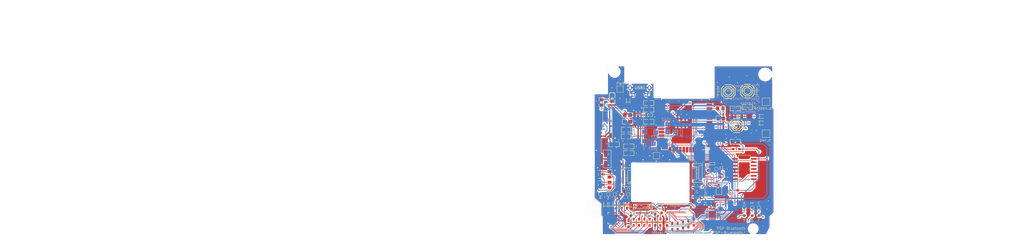
<source format=kicad_pcb>
(kicad_pcb (version 20240108) (generator "pcbnew") (generator_version "8.0")
  (layers (0 "F.Cu" signal) (31 "B.Cu" signal) (34 "B.Paste" user) (35 "F.Paste" user) (36 "B.SilkS" user "B.Silkscreen") (37 "F.SilkS" user "F.Silkscreen") (38 "B.Mask" user) (39 "F.Mask" user) (44 "Edge.Cuts" user))
  (net 0 "")
  (net 1 "/ESP32/ESP_EN")
  (net 2 "GND")
  (net 3 "+3.3V")
  (net 4 "/USB Serial & Power/USBD-")
  (net 5 "/USB Serial & Power/USBD+")
  (net 6 "Net-(D2-K)")
  (net 7 "+5V")
  (net 8 "Net-(D3-A)")
  (net 9 "VBUS")
  (net 10 "Net-(D4-A)")
  (net 11 "Net-(D5-A)")
  (net 12 "Net-(D6-A)")
  (net 13 "Net-(D7-A)")
  (net 14 "Net-(D8-A)")
  (net 15 "Net-(D9-A)")
  (net 16 "Net-(D10-A)")
  (net 17 "Net-(D11-A)")
  (net 18 "Net-(D12-A)")
  (net 19 "PSP_START")
  (net 20 "Net-(D21-A)")
  (net 21 "Net-(D22-A)")
  (net 22 "Net-(D24-A)")
  (net 23 "Net-(LED1-+)")
  (net 24 "/PSP Pins 2K/PSP_x")
  (net 26 "/PSP Pins 2K/Annalog_y")
  (net 31 "/PSP Pins 2K/+V")
  (net 33 "RTS_PROG")
  (net 34 "/ESP32/ESP_BOOT")
  (net 36 "Net-(U2-TXD)")
  (net 37 "DTR_PROG")
  (net 38 "UART_TX")
  (net 39 "Net-(U3-B)")
  (net 40 "Net-(U8-B)")
  (net 42 "ESP_I2C_SDA")
  (net 44 "UART_RX")
  (net 45 "Net-(U2-RXD)")
  (net 47 "ESP_I2C_SCL")
  (net 55 "ESP_SPI_CS")
  (net 56 "ESP_SPI_MOSI")
  (net 57 "ESP_SPI_MISO")
  (net 59 "ESP_SPI_SCLK")
  (net 60 "/ESP32/ESPScreenDetect")
  (net 61 "Net-(D13-A)")
  (net 62 "GPIO_GND")
  (net 63 "/ESP32/LEDIndicator")
  (net 64 "Net-(U12-IO27)")
  (net 67 "/ESP32/ESP_MODE")
  (net 71 "Net-(U12-IO26)")
  (net 72 "Net-(U12-IO25)")
  (net 73 "Net-(U12-IO33)")
  (net 78 "Net-(U12-IO32)")
  (net 82 "/ESP32/ESPPowerDetect")
  (net 92 "Net-(D27-A)")
  (net 93 "Net-(D25-A)")
  (net 94 "Net-(D29-A)")
  (net 95 "Net-(D28-A)")
  (net 96 "Net-(D26-A)")
  (net 97 "Net-(D20-A)")
  (net 98 "Net-(D1-A)")
  (net 99 "PSP_SELECT")
  (net 100 "right")
  (net 101 "up")
  (net 102 "left")
  (net 103 "down")
  (net 104 "square")
  (net 105 "r1")
  (net 106 "triangle")
  (net 107 "circle")
  (net 108 "cross")
  (net 109 "power")
  (net 110 "L1")
  (net 111 "sound")
  (net 112 "display")
  (net 113 "volup")
  (net 114 "voldown")
  (net 115 "home")
  (net 116 "/PSP Pins 2K/digi-y")
  (net 117 "/PSP Pins 2K/digi-X")
  (net 118 "Analog_toggle")
  (net 121 "/PSP Pins 2K/Analog_x")
  (net 122 "/PSP Pins 2K/PSP_y")
  (footprint "JLCPCB_footprint:QFN-20_L4.0-W4.0-P0.50-BL-EP2.7" (layer "F.Cu") (at 112 128.5 90)
    (property "Reference" "U4" (hide yes))
    (property "Value" "MCP23008-E/ML")
  )
  (footprint "JLCPCB_footprint:SOD-323_L1.8-W1.3-LS2.5-RD" (layer "F.Cu") (at 117 123.5 90)
    (property "Reference" "D24" (hide yes))
    (property "Value" "1N5819WS" (hide yes))
  )
  (footprint "JLCPCB_footprint:SOD-323_L1.8-W1.3-LS2.5-RD" (layer "F.Cu") (at 125.5 130 90)
    (property "Reference" "D25" (hide yes))
    (property "Value" "1N5819WS" (hide yes))
  )
  (footprint "JLCPCB_footprint:QFN-20_L4.0-W4.0-P0.50-BL-EP2.7" (layer "F.Cu") (at 149 127 180)
    (property "Reference" "U1" (hide yes))
    (property "Value" "MCP23008-E/ML")
  )
  (footprint "TestPoint:TestPoint_Pad_D1.0mm" (layer "F.Cu") (at 110 119.5)
    (property "Reference" "TP21" (hide yes))
    (property "Value" "TestPoint")
  )
  (footprint "JLCPCB_footprint:C0805" (layer "F.Cu") (at 125.154814 85.209652)
    (property "Reference" "C11" (hide yes))
    (property "Value" "CL21A226MAQNNNE" (hide yes))
  )
  (footprint "JLCPCB_footprint:C0805" (layer "F.Cu") (at 112.154814 100.709652 180)
    (property "Reference" "C1" (hide yes))
    (property "Value" "CL21A226MAQNNNE" (hide yes))
  )
  (footprint "JLCPCB_footprint:SOD-323_L1.8-W1.3-LS2.5-RD" (layer "F.Cu") (at 138 131 90)
    (property "Reference" "D10" (hide yes))
    (property "Value" "1N5819WS" (hide yes))
  )
  (footprint "JLCPCB_footprint:FPC-SMD_4P-P0.50_C9900013912" (layer "F.Cu") (at 143.247523 118.725044 -90)
    (property "Reference" "U7" (hide yes))
    (property "Value" "IPFP051A30472R5")
  )
  (footprint "JLCPCB_footprint:SOD-323_L1.8-W1.3-LS2.5-RD" (layer "F.Cu") (at 121.5 130 90)
    (property "Reference" "D27" (hide yes))
    (property "Value" "1N5819WS" (hide yes))
  )
  (footprint "JLCPCB_footprint:SOD-323_L1.8-W1.3-LS2.5-RD" (layer "F.Cu") (at 127.5 130 90)
    (property "Reference" "D20" (hide yes))
    (property "Value" "1N5819WS" (hide yes))
  )
  (footprint "JLCPCB_footprint:SW-SMD_4P-L5.1-W5.1-P3.70-LS6.5-TL-2" (layer "F.Cu") (at 155.005005 80.909677 90)
    (property "Reference" "MODE1" (hide yes))
    (property "Value" "TS-1187A-B-A-B" (hide yes))
  )
  (footprint "TestPoint:TestPoint_Pad_D1.0mm" (layer "F.Cu") (at 147.5 110.5)
    (property "Reference" "TP2" (hide yes))
    (property "Value" "TestPoint")
  )
  (footprint "TestPoint:TestPoint_Pad_D1.0mm" (layer "F.Cu") (at 112.5 119.5)
    (property "Reference" "TP18" (hide yes))
    (property "Value" "TestPoint")
  )
  (footprint "TestPoint:TestPoint_Pad_2.0x2.0mm" (layer "F.Cu") (at 114.419477 79.949682)
    (property "Reference" "TP17" (hide yes))
    (property "Value" "TestPoint" (hide yes))
  )
  (footprint "JLCPCB_footprint:SOD-323_L1.8-W1.3-LS2.5-RD" (layer "F.Cu") (at 111 123.5 90)
    (property "Reference" "D5" (hide yes))
    (property "Value" "1N5819WS" (hide yes))
  )
  (footprint "JLCPCB_footprint:SOD-323_L1.8-W1.3-LS2.5-RD" (layer "F.Cu") (at 167.154814 92.709652)
    (property "Reference" "D21" (hide yes))
    (property "Value" "1N5819WS" (hide yes))
  )
  (footprint "JLCPCB_footprint:SOD-323_L1.8-W1.3-LS2.5-RD" (layer "F.Cu") (at 109 123.5 90)
    (property "Reference" "D6" (hide yes))
    (property "Value" "1N5819WS" (hide yes))
  )
  (footprint "JLCPCB_footprint:C0805" (layer "F.Cu") (at 117.654814 101.5 180)
    (property "Reference" "C9" (hide yes))
    (property "Value" "CL21A106KAYNNNE" (hide yes))
  )
  (footprint "TestPoint:TestPoint_Pad_D1.0mm" (layer "F.Cu") (at 118.5 127.5)
    (property "Reference" "TP34" (hide yes))
    (property "Value" "TestPoint")
  )
  (footprint "TestPoint:TestPoint_Pad_2.0x2.0mm" (layer "F.Cu") (at 128 105)
    (property "Reference" "TP4" (hide yes))
    (property "Value" "TestPoint")
  )
  (footprint "JLCPCB_footprint:SOP-16_L10.0-W3.9-P1.27-LS6.0-BL" (layer "F.Cu") (at 109.654814 93.209652 90)
    (property "Reference" "U2" (hide yes))
    (property "Value" "CH340C_C7464026" (hide yes))
  )
  (footprint "JLCPCB_footprint:FPC-SMD_5034801000" (layer "F.Cu") (at 143.5 111.5 -90)
    (property "Reference" "Analog1" (hide yes))
    (property "Value" "5034801000")
  )
  (footprint "TestPoint:TestPoint_Pad_D1.0mm" (layer "F.Cu") (at 152 113)
    (property "Reference" "TP3" (hide yes))
    (property "Value" "TestPoint")
  )
  (footprint "JLCPCB_footprint:SOT-23-3_L2.9-W1.3-P1.90-LS2.4-BR" (layer "F.Cu") (at 106.949962 115.949962 180)
    (property "Reference" "U8" (hide yes))
    (property "Value" "SS8050_C2150" (hide yes))
  )
  (footprint "TestPoint:TestPoint_Pad_D1.0mm" (layer "F.Cu") (at 107 119.5)
    (property "Reference" "TP19" (hide yes))
    (property "Value" "TestPoint")
  )
  (footprint "JLCPCB_footprint:R0805" (layer "F.Cu") (at 152 87.209652)
    (property "Reference" "R5" (hide yes))
    (property "Value" "0805W8F4701T5E")
  )
  (footprint "TestPoint:TestPoint_Pad_D1.0mm" (layer "F.Cu") (at 130 126.5)
    (property "Reference" "TP28" (hide yes))
    (property "Value" "TestPoint")
  )
  (footprint "TestPoint:TestPoint_Pad_D1.0mm" (layer "F.Cu") (at 127.5 127)
    (property "Reference" "TP29" (hide yes))
    (property "Value" "TestPoint")
  )
  (footprint "TestPoint:TestPoint_Pad_2.5x2.5mm" (layer "F.Cu") (at 169.154814 96.709652)
    (property "Reference" "TP5" (hide yes))
    (property "Value" "TestPoint" (hide yes))
  )
  (footprint "JLCPCB_footprint:C0805" (layer "F.Cu") (at 117.154814 89.709652 180)
    (property "Reference" "C12" (hide yes))
    (property "Value" "CC0805KRX7R9BB104" (hide yes))
  )
  (footprint "JLCPCB_footprint:SOD-323_L1.8-W1.3-LS2.5-RD" (layer "F.Cu") (at 117.419477 84.449682 90)
    (property "Reference" "D2" (hide yes))
    (property "Value" "1N5819WS" (hide yes))
  )
  (footprint "JLCPCB_footprint:C0805" (layer "F.Cu") (at 125.154814 87.709652)
    (property "Reference" "C8" (hide yes))
    (property "Value" "CC0805KRX7R9BB104" (hide yes))
  )
  (footprint "JLCPCB_footprint:FPC-SMD_5034801000" (layer "F.Cu") (at 116.749936 113.049911 90)
    (property "Reference" "Left1" (hide yes))
    (property "Value" "5034801000")
  )
  (footprint "JLCPCB_footprint:WIFI-SMD_ESP32-WROOM-32E" (layer "F.Cu") (at 138.91935 93.712192 -90)
    (property "Reference" "U12" (hide yes))
    (property "Value" "ESP32-WROOM-32E(4MB)" (hide yes))
  )
  (footprint "JLCPCB_footprint:SOD-323_L1.8-W1.3-LS2.5-RD" (layer "F.Cu") (at 117.5 130.5 90)
    (property "Reference" "D29" (hide yes))
    (property "Value" "1N5819WS" (hide yes))
  )
  (footprint "JLCPCB_footprint:SOD-323_L1.8-W1.3-LS2.5-RD" (layer "F.Cu") (at 140 130.672593 90)
    (property "Reference" "D11" (hide yes))
    (property "Value" "1N5819WS" (hide yes))
  )
  (footprint "TestPoint:TestPoint_Pad_D1.0mm" (layer "F.Cu") (at 115 119.5)
    (property "Reference" "TP20" (hide yes))
    (property "Value" "TestPoint")
  )
  (footprint "JLCPCB_footprint:MICRO-USB-SMD_MICROXNJ" (layer "F.Cu") (at 121.794636 81.045999 180)
    (property "Reference" "USB1")
    (property "Value" "MICROXNJ" (hide yes))
  )
  (footprint "JLCPCB_footprint:R0805" (layer "F.Cu") (at 152.154814 91)
    (property "Reference" "R4" (hide yes))
    (property "Value" "0805W8F4701T5E")
  )
  (footprint "JLCPCB_footprint:SW-SMD_4P-L5.1-W5.1-P3.70-LS6.5-TL-2" (layer "F.Cu") (at 158.154814 93.709652 90)
    (property "Reference" "BOOT1" (hide yes))
    (property "Value" "TS-1187A-B-A-B" (hide yes))
  )
  (footprint "JLCPCB_footprint:SOD-323_L1.8-W1.3-LS2.5-RD" (layer "F.Cu") (at 158 102.5)
    (property "Reference" "D13" (hide yes))
    (property "Value" "1N5819WS")
  )
  (footprint "JLCPCB_footprint:C0805" (layer "F.Cu") (at 162.154814 86.709652 180)
    (property "Reference" "C4" (hide yes))
    (property "Value" "CC0805KRX7R9BB104" (hide yes))
  )
  (footprint "JLCPCB_footprint:R0402" (layer "F.Cu") (at 125.654814 89.709652 180)
    (property "Reference" "R7" (hide yes))
    (property "Value" "0402WGF1002TCE" (hide yes))
  )
  (footprint "JLCPCB_footprint:R0805" (layer "F.Cu") (at 116.654814 97.709652 180)
    (property "Reference" "R1")
    (property "Value" "0805W8F1001T5E" (hide yes))
  )
  (footprint "JLCPCB_footprint:R0805" (layer "F.Cu") (at 107.419477 84.949682 -90)
    (property "Reference" "R9" (hide yes))
    (property "Value" "0805W8F3301T5E" (hide yes))
  )
  (footprint "TestPoint:TestPoint_Pad_D1.0mm" (layer "F.Cu") (at 161 127.5)
    (property "Reference" "TP25" (hide yes))
    (property "Value" "TestPoint")
  )
  (footprint "TestPoint:TestPoint_Pad_D1.0mm" (layer "F.Cu") (at 166.5 124.5)
    (property "Reference" "TP23" (hide yes))
    (property "Value" "TestPoint")
  )
  (footprint "JLCPCB_footprint:SW-SMD_4P-L5.1-W5.1-P3.70-LS6.5-TL-2" (layer "F.Cu") (at 162.154814 80.709652 -90)
    (property "Reference" "RESET1" (hide yes))
    (property "Value" "TS-1187A-B-A-B" (hide yes))
  )
  (footprint "JLCPCB_footprint:R0805" (layer "F.Cu") (at 110.449962 112 90)
    (property "Reference" "R2" (hide yes))
    (property "Value" "0805W8F1002T5E" (hide yes))
  )
  (footprint "JLCPCB_footprint:SOD-323_L1.8-W1.3-LS2.5-RD" (layer "F.Cu") (at 136 131.5 90)
    (property "Reference" "D9" (hide yes))
    (property "Value" "1N5819WS" (hide yes))
  )
  (footprint "TestPoint:TestPoint_Pad_D1.0mm" (layer "F.Cu") (at 164 124.5)
    (property "Reference" "TP22" (hide yes))
    (property "Value" "TestPoint")
  )
  (footprint "JLCPCB_footprint:SOD-323_L1.8-W1.3-LS2.5-RD" (layer "F.Cu") (at 115 123.5 90)
    (property "Reference" "D3" (hide yes))
    (property "Value" "1N5819WS" (hide yes))
  )
  (footprint "TestPoint:TestPoint_Pad_2.5x2.5mm" (layer "F.Cu") (at 169.154814 84.709652)
    (property "Reference" "TP6" (hide yes))
    (property "Value" "TestPoint" (hide yes))
  )
  (footprint "TestPoint:TestPoint_Pad_D1.0mm" (layer "F.Cu") (at 164 127.5)
    (property "Reference" "TP26" (hide yes))
    (property "Value" "TestPoint")
  )
  (footprint "JLCPCB_footprint:SOD-323_L1.8-W1.3-LS2.5-RD" (layer "F.Cu") (at 123.5 130 90)
    (property "Reference" "D26" (hide yes))
    (property "Value" "1N5819WS" (hide yes))
  )
  (footprint "JLCPCB_footprint:SOD-323_L1.8-W1.3-LS2.5-RD" (layer "F.Cu") (at 129.5 130 90)
    (property "Reference" "D1" (hide yes))
    (property "Value" "1N5819WS" (hide yes))
  )
  (footprint "JLCPCB_footprint:R0805" (layer "F.Cu") (at 110.449962 116 90)
    (property "Reference" "R3" (hide yes))
    (property "Value" "0805W8F1002T5E" (hide yes))
  )
  (footprint "JLCPCB_footprint:SOD-323_L1.8-W1.3-LS2.5-RD" (layer "F.Cu") (at 134 131.5 90)
    (property "Reference" "D8" (hide yes))
    (property "Value" "1N5819WS" (hide yes))
  )
  (footprint "JLCPCB_footprint:CONN-SMD_14P-P0.50_L3.1-W9.0" (layer "F.Cu") (at 135.5 125 180)
    (property "Reference" "Right1" (hide yes))
    (property "Value" "AFC42-S14FMA-1H")
  )
  (footprint "JLCPCB_footprint:SOD-323_L1.8-W1.3-LS2.5-RD" (layer "F.Cu") (at 113 123.5 90)
    (property "Reference" "D4" (hide yes))
    (property "Value" "1N5819WS" (hide yes))
  )
  (footprint "JLCPCB_footprint:SOIC-14_L10.0-W5.5-P1.27-LS7.8-BL" (layer "F.Cu") (at 161 110 -90)
    (property "Reference" "U5" (hide yes))
    (property "Value" "MCP42010T-I/SL" (hide yes))
  )
  (footprint "JLCPCB_footprint:C0805" (layer "F.Cu") (at 125.154814 92.209652 180)
    (property "Reference" "C13" (hide yes))
    (property "Value" "CL21A106KAYNNNE" (hide yes))
  )
  (footprint "JLCPCB_footprint:C0805" (layer "F.Cu") (at 157.654814 87.209652)
    (property "Reference" "C2" (hide yes))
    (property "Value" "CC0805KRX7R9BB104" (hide yes))
  )
  (footprint "JLCPCB_footprint:C0805" (layer "F.Cu") (at 117.654814 104 180)
    (property "Reference" "C6" (hide yes))
    (property "Value" "CL21A106KAYNNNE" (hide yes))
  )
  (footprint "JLCPCB_footprint:SOD-323_L1.8-W1.3-LS2.5-RD" (layer "F.Cu") (at 167.154814 90.209652)
    (property "Reference" "D22" (hide yes))
    (property "Value" "1N5819WS" (hide yes))
  )
  (footprint "JLCPCB_footprint:C0805" (layer "F.Cu") (at 157.654814 99.709652)
    (property "Reference" "C10" (hide yes))
    (property "Value" "CC0805KRX7R9BB104" (hide yes))
  )
  (footprint "JLCPCB_footprint:R0402" (layer "F.Cu") (at 149 108)
    (property "Reference" "R6" (hide yes))
    (property "Value" "0402WGF1002TCE")
  )
  (footprint "JLCPCB_footprint:MSOP-10_L3.0-W3.0-P0.50-LS5.0-BL" (layer "F.Cu") (at 151.5 118 -90)
    (property "Reference" "U6" (hide yes))
    (property "Value" "TS5A23157DGSR")
  )
  (footprint "JLCPCB_footprint:LED0805-R-RD" (layer "F.Cu") (at 111.419477 83.499974 -90)
    (property "Reference" "LED1" (hide yes))
    (property "Value" "FC-2012HRK-620D" (hide yes))
  )
  (footprint "JLCPCB_footprint:SOD-323_L1.8-W1.3-LS2.5-RD" (layer "F.Cu") (at 121.154814 89.209652 90)
    (property "Reference" "D23" (hide yes))
    (property "Value" "1N5819WS" (hide yes))
  )
  (footprint "TestPoint:TestPoint_Pad_D1.0mm" (layer "F.Cu") (at 158.5 118)
    (property "Reference" "TP7" (hide yes))
    (property "Value" "TestPoint")
  )
  (footprint "JLCPCB_footprint:SOD-323_L1.8-W1.3-LS2.5-RD" (layer "F.Cu") (at 119.5 130 90)
    (property "Reference" "D28" (hide yes))
    (property "Value" "1N5819WS" (hide yes))
  )
  (footprint "JLCPCB_footprint:R0805" (layer "F.Cu") (at 116.654814 95.209652 180)
    (property "Reference" "R10")
    (property "Value" "0805W8F1001T5E" (hide yes))
  )
  (footprint "JLCPCB_footprint:C0805" (layer "F.Cu") (at 117.154814 92.209652 180)
    (property "Reference" "C5" (hide yes))
    (property "Value" "CL21B105KBFNNNE" (hide yes))
  )
  (footprint "JLCPCB_footprint:SOT-23-3_L2.9-W1.3-P1.90-LS2.4-BR" (layer "F.Cu") (at 107 112 180)
    (property "Reference" "U3" (hide yes))
    (property "Value" "SS8050_C2150" (hide yes))
  )
  (footprint "JLCPCB_footprint:SOD-323_L1.8-W1.3-LS2.5-RD" (layer "F.Cu") (at 132 130 90)
    (property "Reference" "D7" (hide yes))
    (property "Value" "1N5819WS" (hide yes))
  )
  (footprint "TestPoint:TestPoint_Pad_D1.0mm" (layer "F.Cu") (at 166.5 127.5)
    (property "Reference" "TP24" (hide yes))
    (property "Value" "TestPoint")
  )
  (footprint "JLCPCB_footprint:SOT-223-3_L6.5-W3.4-P2.30-LS7.0-BR" (layer "F.Cu") (at 109.654814 106.209652)
    (property "Reference" "U9" (hide yes))
    (property "Value" "AMS1117-3_3" (hide yes))
  )
  (footprint "JLCPCB_footprint:FPC-SMD_5034801000" (layer "F.Cu") (at 122.950089 125.250064 180)
    (property "Reference" "Center1" (hide yes))
    (property "Value" "5034801000")
  )
  (footprint "JLCPCB_footprint:SOD-323_L1.8-W1.3-LS2.5-RD" (layer "F.Cu") (at 142 130 90)
    (property "Reference" "D12" (hide yes))
    (property "Value" "1N5819WS" (hide yes))
  )
  (footprint "TestPoint:TestPoint_Pad_D1.0mm" (layer "F.Cu") (at 150.5 110)
    (property "Reference" "TP1" (hide yes))
    (property "Value" "TestPoint")
  )
  (footprint "TestPoint:TestPoint_Pad_D1.0mm" (layer "F.Cu") (at 161 124.5)
    (property "Reference" "TP27" (hide yes))
    (property "Value" "TestPoint")
  )
  (footprint "TestPoint:TestPoint_Pad_D1.0mm" (layer "F.Cu") (at 117.5 119.5)
    (property "Reference" "TP9" (hide yes))
    (property "Value" "TestPoint")
  )
  (footprint "TestPoint:TestPoint_Pad_1.5x1.5mm" (layer "B.Cu") (at 132.154814 96.209652 180)
    (property "Reference" "TP14" (hide yes))
    (property "Value" "TestPoint" (hide yes))
  )
  (footprint "TestPoint:TestPoint_Pad_D1.0mm" (layer "B.Cu") (at 126.5 126.5 180)
    (property "Reference" "TP30" (hide yes))
    (property "Value" "TestPoint")
  )
  (footprint "TestPoint:TestPoint_Pad_1.5x1.5mm" (layer "B.Cu") (at 127.919477 96.209652 180)
    (property "Reference" "TP15" (hide yes))
    (property "Value" "TestPoint" (hide yes))
  )
  (footprint "TestPoint:TestPoint_Pad_D1.0mm" (layer "B.Cu") (at 122 125.5 180)
    (property "Reference" "TP32" (hide yes))
    (property "Value" "TestPoint")
  )
  (footprint "TestPoint:TestPoint_Pad_1.5x1.5mm" (layer "B.Cu") (at 135.154814 96.209652 180)
    (property "Reference" "TP13" (hide yes))
    (property "Value" "TestPoint" (hide yes))
  )
  (footprint "TestPoint:TestPoint_Pad_1.5x1.5mm" (layer "B.Cu") (at 123.5 96 180)
    (property "Reference" "TP36" (hide yes))
    (property "Value" "TestPoint" (hide yes))
  )
  (footprint "TestPoint:TestPoint_Pad_1.5x1.5mm" (layer "B.Cu") (at 127 100.5 180)
    (property "Reference" "TP12" (hide yes))
    (property "Value" "TestPoint" (hide yes))
  )
  (footprint "TestPoint:TestPoint_Pad_D1.0mm" (layer "B.Cu") (at 119.5 125.5 180)
    (property "Reference" "TP33" (hide yes))
    (property "Value" "TestPoint")
  )
  (footprint "TestPoint:TestPoint_Pad_1.5x1.5mm" (layer "B.Cu") (at 132.154814 93.209652 180)
    (property "Reference" "TP16" (hide yes))
    (property "Value" "TestPoint" (hide yes))
  )
  (footprint "TestPoint:TestPoint_Pad_D1.0mm" (layer "B.Cu") (at 124.5 125.5 180)
    (property "Reference" "TP31" (hide yes))
    (property "Value" "TestPoint")
  )
  (footprint "TestPoint:TestPoint_Pad_1.5x1.5mm" (layer "B.Cu") (at 123.5 99.5 180)
    (property "Reference" "TP35" (hide yes))
    (property "Value" "TestPoint" (hide yes))
  )
  (gr_circle (center 141 124.5) (end 141.5 124.5) (stroke (width 0.1)) (fill none) (layer "F.SilkS"))
  (gr_circle (center 142 116) (end 142.5 116) (stroke (width 0.1)) (fill none) (layer "F.SilkS"))
  (gr_circle (center 142 107) (end 142.5 107) (stroke (width 0.1)) (fill none) (layer "F.SilkS"))
  (gr_circle (center 117.5 117.5) (end 118 117.5) (stroke (width 0.1)) (fill none) (layer "F.SilkS"))
  (gr_circle (center 127.5 124) (end 128 124) (stroke (width 0.1)) (fill none) (layer "F.SilkS"))
  (gr_line (start 172.919477 125.949682) (end 170.919477 127.949682) (stroke (width 0.05)) (layer "Edge.Cuts"))
  (gr_line (start 104.419477 81.449682) (end 109.419477 81.449682) (stroke (width 0.05)) (layer "Edge.Cuts"))
  (gr_line (start 140 121.949682) (end 119 121.949682) (stroke (width 0.05)) (layer "Edge.Cuts"))
  (gr_line (start 149.419477 82.949682) (end 149.419477 70.949682) (stroke (width 0.05)) (layer "Edge.Cuts"))
  (gr_line (start 171.919477 86.949682) (end 172.919477 86.949682) (stroke (width 0.05)) (layer "Edge.Cuts"))
  (gr_line (start 170.919477 131.949682) (end 169.419477 134.949682) (stroke (width 0.05)) (layer "Edge.Cuts"))
  (gr_line (start 127.419477 82.949682) (end 149.419477 82.949682) (stroke (width 0.05)) (layer "Edge.Cuts"))
  (gr_line (start 140 108) (end 140 121.949682) (stroke (width 0.05)) (layer "Edge.Cuts"))
  (gr_line (start 107.419477 127.949682) (end 104.919477 127.949682) (stroke (width 0.05)) (layer "Edge.Cuts"))
  (gr_line (start 172.919477 86.949682) (end 172.919477 125.949682) (stroke (width 0.05)) (layer "Edge.Cuts"))
  (gr_line (start 119 108) (end 140 108) (stroke (width 0.05)) (layer "Edge.Cuts"))
  (gr_circle (center 168.833143 74.449682) (end 167.333143 75.949682) (stroke (width 0.05)) (fill none) (layer "Edge.Cuts"))
  (gr_line (start 149.419477 70.949682) (end 171.919477 70.949682) (stroke (width 0.05)) (layer "Edge.Cuts"))
  (gr_line (start 171.919477 70.949682) (end 171.919477 86.949682) (stroke (width 0.05)) (layer "Edge.Cuts"))
  (gr_circle (center 112.333143 73.449682) (end 113.833143 72.449682) (stroke (width 0.05)) (fill none) (layer "Edge.Cuts"))
  (gr_line (start 102.419477 123.449682) (end 104.419477 120.449682) (stroke (width 0.05)) (layer "Edge.Cuts"))
  (gr_line (start 119 121.949682) (end 119 108) (stroke (width 0.05)) (layer "Edge.Cuts"))
  (gr_line (start 127.419477 77.449682) (end 127.419477 82.949682) (stroke (width 0.05)) (layer "Edge.Cuts"))
  (gr_line (start 169.419477 134.949682) (end 107.419477 134.949682) (stroke (width 0.05)) (layer "Edge.Cuts"))
  (gr_line (start 109.419477 70.949682) (end 116.419477 70.949682) (stroke (width 0.05)) (layer "Edge.Cuts"))
  (gr_line (start 170.919477 127.949682) (end 170.919477 131.949682) (stroke (width 0.05)) (layer "Edge.Cuts"))
  (gr_line (start 102.919477 126.949682) (end 102.419477 123.449682) (stroke (width 0.05)) (layer "Edge.Cuts"))
  (gr_circle (center 105.333143 124.949682) (end 105.833143 123.449682) (stroke (width 0.05)) (fill none) (layer "Edge.Cuts"))
  (gr_line (start 109.419477 81.449682) (end 109.419477 70.949682) (stroke (width 0.05)) (layer "Edge.Cuts"))
  (gr_line (start 104.919477 127.949682) (end 102.919477 126.949682) (stroke (width 0.05)) (layer "Edge.Cuts"))
  (gr_circle (center 164.333143 132.449682) (end 163.833143 130.949682) (stroke (width 0.05)) (fill none) (layer "Edge.Cuts"))
  (gr_line (start 104.419477 120.449682) (end 104.419477 81.449682) (stroke (width 0.05)) (layer "Edge.Cuts"))
  (gr_line (start 116.419477 77.449682) (end 127.419477 77.449682) (stroke (width 0.05)) (layer "Edge.Cuts"))
  (gr_line (start 107.419477 134.949682) (end 107.419477 127.949682) (stroke (width 0.05)) (layer "Edge.Cuts"))
  (gr_line (start 116.419477 70.949682) (end 116.419477 77.449682) (stroke (width 0.05)) (layer "Edge.Cuts"))
  (gr_text "Right" (at 137 124.5 0) (layer "B.SilkS") (effects (font (size 1 1) (thickness 0.1)) (justify left bottom mirror)))
  (gr_text "sound" (at 128 125.5 0) (layer "B.SilkS") (effects (font (size 0.5 0.5) (thickness 0.1)) (justify left bottom mirror)))
  (gr_text "TX" (at 124.5 102 0) (layer "B.SilkS") (effects (font (size 1 1) (thickness 0.1)) (justify left bottom mirror)))
  (gr_text "IO32" (at 133.5 92 0) (layer "B.SilkS") (effects (font (size 1 1) (thickness 0.1)) (justify left bottom mirror)))
  (gr_text "RX" (at 124.5 94.5 0) (layer "B.SilkS") (effects (font (size 1 1) (thickness 0.1)) (justify left bottom mirror)))
  (gr_text "IO25" (at 134 98.5 0) (layer "B.SilkS") (effects (font (size 1 1) (thickness 0.1)) (justify left bottom mirror)))
  (gr_text "IO27" (at 128.5 103 0) (layer "B.SilkS") (effects (font (size 1 1) (thickness 0.1)) (justify left bottom mirror)))
  (gr_text "PSP Bluetooth \nv0.2 - Test Board\n\nSpecial thanks to:\n* abastos\n* benergylive\n* peterlustig1" (at 166.919477 88.949682 0) (layer "B.SilkS") (effects (font (size 1 1) (thickness 0.1)) (justify left bottom mirror)))
  (gr_text "IO33" (at 129.5 98.5 0) (layer "B.SilkS") (effects (font (size 1 1) (thickness 0.1)) (justify left bottom mirror)))
  (gr_text "vol dwn" (at 120.5 124.5 0) (layer "B.SilkS") (effects (font (size 0.5 0.5) (thickness 0.1)) (justify left bottom mirror)))
  (gr_text "vol up" (at 123 124 0) (layer "B.SilkS") (effects (font (size 0.5 0.5) (thickness 0.1)) (justify left bottom mirror)))
  (gr_text "Left" (at 117.5 112 90) (layer "B.SilkS") (effects (font (size 1 1) (thickness 0.1)) (justify left bottom mirror)))
  (gr_text "Center" (at 125 130 0) (layer "B.SilkS") (effects (font (size 1 1) (thickness 0.1)) (justify left bottom mirror)))
  (gr_text "Analog" (at 143 114 270) (layer "B.SilkS") (effects (font (size 1 1) (thickness 0.1)) (justify left bottom mirror)))
  (gr_text "3K" (at 142.5 119.5 270) (layer "B.SilkS") (effects (font (size 1 1) (thickness 0.1)) (justify left bottom mirror)))
  (gr_text "IO26" (at 138 94.5 90) (layer "B.SilkS") (effects (font (size 1 1) (thickness 0.1)) (justify left bottom mirror)))
  (gr_text "display" (at 125.5 124.5 0) (layer "B.SilkS") (effects (font (size 0.5 0.5) (thickness 0.1)) (justify left bottom mirror)))
  (gr_text "home" (at 117 126 0) (layer "F.SilkS") (effects (font (size 0.5 0.5) (thickness 0.1)) (justify left bottom)))
  (gr_text "4" (at 106.5 121.5 0) (layer "F.SilkS") (effects (font (size 1 1) (thickness 0.1)) (justify left bottom)))
  (gr_text "p2" (at 146.5 112.5 0) (layer "F.SilkS") (effects (font (size 1 1) (thickness 0.1)) (justify left bottom)))
  (gr_text "C" (at 166 123.5 0) (layer "F.SilkS") (effects (font (size 1 1) (thickness 0.1)) (justify left bottom)))
  (gr_text "X" (at 160.5 123.5 0) (layer "F.SilkS") (effects (font (size 1 1) (thickness 0.1)) (justify left bottom)))
  (gr_text "L" (at 116.5 118 90) (layer "F.SilkS") (effects (font (size 1 1) (thickness 0.1)) (justify left bottom)))
  (gr_text "mode" (at 151.654814 82.709652 90) (layer "F.SilkS") (effects (font (size 1 1) (thickness 0.1)) (justify left bottom)))
  (gr_text "+v" (at 153 113.5 0) (layer "F.SilkS") (effects (font (size 1 1) (thickness 0.1)) (justify left bottom)))
  (gr_text "3K Internal" (at 147 124 90) (layer "F.SilkS") (effects (font (size 1 1) (thickness 0.1)) (justify left bottom)))
  (gr_text "R" (at 129.5 124.5 0) (layer "F.SilkS") (effects (font (size 1 1) (thickness 0.1)) (justify left bottom)))
  (gr_text "reset" (at 165.154814 79.209652 -90) (layer "F.SilkS") (effects (font (size 1 1) (thickness 0.1)) (justify left bottom)))
  (gr_text "p1" (at 151.5 110 0) (layer "F.SilkS") (effects (font (size 1 1) (thickness 0.1)) (justify left bottom)))
  (gr_text "PWR" (at 112.919477 78.449682 0) (layer "F.SilkS") (effects (font (size 1 1) (thickness 0.1)) (justify left bottom)))
  (gr_text "T" (at 160.5 130 0) (layer "F.SilkS") (effects (font (size 1 1) (thickness 0.1)) (justify left bottom)))
  (gr_text "C" (at 118 124.5 0) (layer "F.SilkS") (effects (font (size 1 1) (thickness 0.1)) (justify left bottom)))
  (gr_text "3" (at 112 121.5 0) (layer "F.SilkS") (effects (font (size 1 1) (thickness 0.1)) (justify left bottom)))
  (gr_text "A" (at 129.5 126 0) (layer "F.SilkS") (effects (font (size 1 1) (thickness 0.1)) (justify left bottom)))
  (gr_text "1" (at 114.5 121.5 0) (layer "F.SilkS") (effects (font (size 1 1) (thickness 0.1)) (justify left bottom)))
  (gr_text "r" (at 166 130 0) (layer "F.SilkS") (effects (font (size 1 1) (thickness 0.1)) (justify left bottom)))
  (gr_text "2" (at 109.5 121.5 0) (layer "F.SilkS") (effects (font (size 1 1) (thickness 0.1)) (justify left bottom)))
  (gr_text "S" (at 163.5 130 0) (layer "F.SilkS") (effects (font (size 1 1) (thickness 0.1)) (justify left bottom)))
  (gr_text "pwr_d" (at 166.654814 99.709652 0) (layer "F.SilkS") (effects (font (size 1 1) (thickness 0.1)) (justify left bottom)))
  (gr_text "l" (at 117 121.5 0) (layer "F.SilkS") (effects (font (size 1 1) (thickness 0.1)) (justify left bottom)))
  (gr_text "pwr" (at 163.25 123 0) (layer "F.SilkS") (effects (font (size 0.5 0.5) (thickness 0.1)) (justify left bottom)))
  (gr_text "screen_d" (at 164.654814 87.709652 0) (layer "F.SilkS") (effects (font (size 1 1) (thickness 0.1)) (justify left bottom)))
  (gr_text "PSP Bluetooth\nhttps://github.com/ste2425/PSP-Bluetooth/" (at 161.5 134.5 0) (layer "F.SilkS") (effects (font (size 1 1) (thickness 0.1)) (justify right bottom)))
  (gr_text "sel" (at 127 126 0) (layer "F.SilkS") (effects (font (size 0.5 0.5) (thickness 0.1)) (justify left bottom)))
  (segment (start 108 112) (end 112.5 112) (width 0.2) (layer "F.Cu") (net 1))
  (segment (start 126.654814 89.709652) (end 128.154814 88.209652) (width 0.2) (layer "F.Cu") (net 1))
  (segment (start 160.304623 83.359461) (end 160.304598 83.359436) (width 0.2) (layer "F.Cu") (net 1))
  (segment (start 129.919223 87.249657) (end 128.614809 87.249657) (width 0.2) (layer "F.Cu") (net 1))
  (segment (start 122.819477 93.544989) (end 124.154814 92.209652) (width 0.2) (layer "F.Cu") (net 1))
  (segment (start 128.154814 87.709652) (end 128.154814 88.209652) (width 0.2) (layer "F.Cu") (net 1))
  (segment (start 122.819477 103.680523) (end 122.819477 93.544989) (width 0.2) (layer "F.Cu") (net 1))
  (segment (start 128.614809 87.249657) (end 128.154814 87.709652) (width 0.2) (layer "F.Cu") (net 1))
  (segment (start 120 106.5) (end 122.819477 103.680523) (width 0.2) (layer "F.Cu") (net 1))
  (segment (start 160.304598 83.359436) (end 160.304598 77.409677) (width 0.2) (layer "F.Cu") (net 1))
  (segment (start 160.304623 85.859461) (end 160.304623 84.009627) (width 0.2) (layer "F.Cu") (net 1))
  (segment (start 161.154814 86.709652) (end 160.304623 85.859461) (width 0.2) (layer "F.Cu") (net 1))
  (segment (start 126.087631 90.276835) (end 126.087631 89.709652) (width 0.2) (layer "F.Cu") (net 1))
  (segment (start 161.154814 86.709652) (end 161.154814 94.209652) (width 0.2) (layer "F.Cu") (net 1))
  (segment (start 132.114809 87.249657) (end 129.919223 87.249657) (width 0.2) (layer "F.Cu") (net 1))
  (segment (start 126.087631 89.709652) (end 126.654814 89.709652) (width 0.2) (layer "F.Cu") (net 1))
  (segment (start 124.154814 92.209652) (end 126.087631 90.276835) (width 0.2) (layer "F.Cu") (net 1))
  (segment (start 160.304623 84.009627) (end 160.304623 83.359461) (width 0.2) (layer "F.Cu") (net 1))
  (segment (start 118 106.5) (end 120 106.5) (width 0.2) (layer "F.Cu") (net 1))
  (segment (start 161.154814 94.209652) (end 161.654814 94.709652) (width 0.2) (layer "F.Cu") (net 1))
  (segment (start 112.5 112) (end 118 106.5) (width 0.2) (layer "F.Cu") (net 1))
  (segment (start 132.154814 87.209652) (end 132.114809 87.249657) (width 0.2) (layer "F.Cu") (net 1))
  (via (at 132.154814 87.209652) (size 0.6) (drill 0.3) (layers "F.Cu" "B.Cu") (net 1))
  (via (at 161.654814 94.709652) (size 0.6) (drill 0.3) (layers "F.Cu" "B.Cu") (net 1))
  (segment (start 161.654814 94.709652) (end 157.654814 94.709652) (width 0.2) (layer "B.Cu") (net 1))
  (segment (start 157.654814 94.709652) (end 150.154814 87.209652) (width 0.2) (layer "B.Cu") (net 1))
  (segment (start 150.154814 87.209652) (end 132.154814 87.209652) (width 0.2) (layer "B.Cu") (net 1))
  (segment (start 145.249555 112.250445) (end 146 111.5) (width 0.2) (layer "F.Cu") (net 2))
  (segment (start 150 120) (end 150.540026 119.459974) (width 0.28) (layer "F.Cu") (net 2))
  (segment (start 150.540026 119.459974) (end 150.540026 118.301302) (width 0.28) (layer "F.Cu") (net 2))
  (segment (start 144.495046 117.97498) (end 143.5 117.97498) (width 0.2) (layer "F.Cu") (net 2))
  (segment (start 150 125) (end 149 125) (width 0.28) (layer "F.Cu") (net 2))
  (segment (start 118.654814 103.709652) (end 119.154814 103.709652) (width 0.28) (layer "F.Cu") (net 2))
  (segment (start 144.750064 112.250445) (end 143.750445 112.250445) (width 0.2) (layer "F.Cu") (net 2))
  (segment (start 150.238724 118) (end 149.390018 118) (width 0.28) (layer "F.Cu") (net 2))
  (segment (start 114 128.999873) (end 114 129.5) (width 0.28) (layer "F.Cu") (net 2))
  (segment (start 156.654814 99.709652) (end 156.654814 97.359818) (width 0.28) (layer "F.Cu") (net 2))
  (segment (start 120.494661 82.642468) (end 120.494661 81.024866) (width 0.28) (layer "F.Cu") (net 2))
  (segment (start 143.750445 112.250445) (end 143.5 112) (width 0.2) (layer "F.Cu") (net 2))
  (segment (start 156.654814 97.359818) (end 156.304623 97.009627) (width 0.28) (layer "F.Cu") (net 2))
  (segment (start 143.750445 112.250445) (end 145.249555 112.250445) (width 0.2) (layer "F.Cu") (net 2))
  (segment (start 124.154814 85.209652) (end 124.154814 87.709652) (width 0.5) (layer "F.Cu") (net 2))
  (segment (start 144.495046 117.495046) (end 144.25 117.25) (width 0.2) (layer "F.Cu") (net 2))
  (segment (start 120.494661 81.024866) (end 120.419477 80.949682) (width 0.28) (layer "F.Cu") (net 2))
  (segment (start 144.495046 117.97498) (end 144.495046 117.495046) (width 0.2) (layer "F.Cu") (net 2))
  (segment (start 150.540026 118.301302) (end 150.238724 118) (width 0.28) (layer "F.Cu") (net 2))
  (segment (start 120.494661 82.642468) (end 120.494661 83.374498) (width 0.28) (layer "F.Cu") (net 2))
  (segment (start 118.654814 101.5) (end 118.654814 104) (width 0.5) (layer "F.Cu") (net 2))
  (segment (start 149.5 120) (end 150 120) (width 0.28) (layer "F.Cu") (net 2))
  (segment (start 120.494661 83.374498) (end 119.419477 84.449682) (width 0.28) (layer "F.Cu") (net 2))
  (via (at 113 102) (size 0.6) (drill 0.3) (layers "F.Cu" "B.Cu") (net 2))
  (via (at 116.5 118.5) (size 0.6) (drill 0.3) (layers "F.Cu" "B.Cu") (net 2))
  (via (at 143 107.5) (size 0.6) (drill 0.3) (layers "F.Cu" "B.Cu") (net 2))
  (via (at 134.419477 91.949682) (size 0.6) (drill 0.3) (layers "F.Cu" "B.Cu") (net 2))
  (via (at 116 121) (size 0.6) (drill 0.3) (layers "F.Cu" "B.Cu") (net 2))
  (via (at 127.919477 93.449682) (size 0.6) (drill 0.3) (layers "F.Cu" "B.Cu") (net 2))
  (via (at 130.5 105) (size 0.8) (drill 0.4) (layers "F.Cu" "B.Cu") (net 2))
  (via (at 115.5 99.5) (size 0.6) (drill 0.3) (layers "F.Cu" "B.Cu") (net 2))
  (via (at 165.5 95.5) (size 0.6) (drill 0.3) (layers "F.Cu" "B.Cu") (net 2))
  (via (at 143.5 116) (size 0.6) (drill 0.3) (layers "F.Cu" "B.Cu") (net 2))
  (via (at 120.5 104) (size 0.6) (drill 0.3) (layers "F.Cu" "B.Cu") (net 2))
  (via (at 108.5 120.5) (size 0.6) (drill 0.3) (layers "F.Cu" "B.Cu") (net 2))
  (via (at 170.5 101) (size 0.6) (drill 0.3) (layers "F.Cu" "B.Cu") (net 2))
  (via (at 128 103) (size 0.6) (drill 0.3) (layers "F.Cu" "B.Cu") (net 2))
  (via (at 139.419477 89.449682) (size 0.6) (drill 0.3) (layers "F.Cu" "B.Cu") (net 2))
  (via (at 132.919477 84.449682) (size 0.6) (drill 0.3) (layers "F.Cu" "B.Cu") (net 2))
  (via (at 150.919477 77.449682) (size 0.6) (drill 0.3) (layers "F.Cu" "B.Cu") (net 2))
  (via (at 113.919477 98.949682) (size 0.6) (drill 0.3) (layers "F.Cu" "B.Cu") (net 2))
  (via (at 111.5 120.5) (size 0.6) (drill 0.3) (layers "F.Cu" "B.Cu") (net 2))
  (via (at 137.419477 89.449682) (size 0.6) (drill 0.3) (layers "F.Cu" "B.Cu") (net 2))
  (via (at 148.5 122.5) (size 0.6) (drill 0.3) (layers "F.Cu" "B.Cu") (net 2))
  (via (at 114.419477 76.449682) (size 0.6) (drill 0.3) (layers "F.Cu" "B.Cu") (net 2))
  (via (at 123 106.5) (size 0.8) (drill 0.4) (layers "F.Cu" "B.Cu") (net 2))
  (via (at 165.919477 77.949682) (size 0.6) (drill 0.3) (layers "F.Cu" "B.Cu") (net 2))
  (via (at 106 109.5) (size 0.8) (drill 0.4) (layers "F.Cu" "B.Cu") (net 2))
  (via (at 150.919477 82.949682) (size 0.6) (drill 0.3) (layers "F.Cu" "B.Cu") (net 2))
  (via (at 154.419477 98.449682) (size 0.6) (drill 0.3) (layers "F.Cu" "B.Cu") (net 2))
  (via (at 122.419477 91.449682) (size 0.6) (drill 0.3) (layers "F.Cu" "B.Cu") (net 2))
  (via (at 114.419477 83.449682) (size 0.6) (drill 0.3) (layers "F.Cu" "B.Cu") (net 2))
  (via (at 128 107) (size 0.8) (drill 0.4) (layers "F.Cu" "B.Cu") (net 2))
  (via (at 127.419477 90.449682) (size 0.6) (drill 0.3) (layers "F.Cu" "B.Cu") (net 2))
  (via (at 118 108.5) (size 0.6) (drill 0.3) (layers "F.Cu" "B.Cu") (net 2))
  (via (at 145.5 107.5) (size 0.6) (drill 0.3) (layers "F.Cu" "B.Cu") (net 2))
  (via (at 155.419477 75.449682) (size 0.6) (drill 0.3) (layers "F.Cu" "B.Cu") (net 2))
  (via (at 110 108.5) (size 0.8) (drill 0.4) (layers "F.Cu" "B.Cu") (net 2))
  (via (at 165.919477 84.449682) (size 0.6) (drill 0.3) (layers "F.Cu" "B.Cu") (net 2))
  (via (at 120 92) (size 0.8) (drill 0.4) (layers "F.Cu" "B.Cu") (net 2))
  (via (at 109.919477 104.449682) (size 0.6) (drill 0.3) (layers "F.Cu" "B.Cu") (net 2))
  (via (at 111.419477 79.449682) (size 0.6) (drill 0.3) (layers "F.Cu" "B.Cu") (net 2))
  (via (at 146 123.5) (size 0.6) (drill 0.3) (layers "F.Cu" "B.Cu") (net 2))
  (via (at 163.5 96.5) (size 0.6) (drill 0.3) (layers "F.Cu" "B.Cu") (net 2))
  (via (at 119.5 88) (size 0.8) (drill 0.4) (layers "F.Cu" "B.Cu") (net 2))
  (via (at 143.5 123.5) (size 0.6) (drill 0.3) (layers "F.Cu" "B.Cu") (net 2))
  (via (at 125.5 105) (size 0.8) (drill 0.4) (layers "F.Cu" "B.Cu") (net 2))
  (via (at 168 131.5) (size 0.6) (drill 0.3) (layers "F.Cu" "B.Cu") (net 2))
  (via (at 169.5 125) (size 0.6) (drill 0.3) (layers "F.Cu" "B.Cu") (net 2))
  (via (at 170 122) (size 0.6) (drill 0.3) (layers "F.Cu" "B.Cu") (net 2))
  (via (at 158.419477 77.449682) (size 0.6) (drill 0.3) (layers "F.Cu" "B.Cu") (net 2))
  (via (at 123.419477 102.449682) (size 0.6) (drill 0.3) (layers "F.Cu" "B.Cu") (net 2))
  (via (at 122.5 87) (size 0.8) (drill 0.4) (layers "F.Cu" "B.Cu") (net 2))
  (via (at 136.419477 84.449682) (size 0.6) (drill 0.3) (layers "F.Cu" "B.Cu") (net 2))
  (via (at 145 84) (size 0.6) (drill 0.3) (layers "F.Cu" "B.Cu") (net 2))
  (via (at 112.5 110.5) (size 0.8) (drill 0.4) (layers "F.Cu" "B.Cu") (net 2))
  (via (at 105.5 84.5) (size 0.6) (drill 0.3) (layers "F.Cu" "B.Cu") (net 2))
  (via (at 154.5 110) (size 0.6) (drill 0.3) (layers "F.Cu" "B.Cu") (net 2))
  (via (at 154 97) (size 0.6) (drill 0.3) (layers "F.Cu" "B.Cu") (net 2))
  (via (at 152.5 108) (size 0.6) (drill 0.3) (layers "F.Cu" "B.Cu") (net 2))
  (via (at 120.5 101.5) (size 0.6) (drill 0.3) (layers "F.Cu" "B.Cu") (net 2))
  (via (at 161.919477 74.949682) (size 0.6) (drill 0.3) (layers "F.Cu" "B.Cu") (net 2))
  (via (at 146 111.5) (size 0.6) (drill 0.3) (layers "F.Cu" "B.Cu") (net 2))
  (via (at 140.5 93.5) (size 0.6) (drill 0.3) (layers "F.Cu" "B.Cu") (net 2))
  (via (at 113.5 118.5) (size 0.6) (drill 0.3) (layers "F.Cu" "B.Cu") (net 2))
  (via (at 132.419477 88.449682) (size 0.6) (drill 0.3) (layers "F.Cu" "B.Cu") (net 2))
  (via (at 157.919477 97.949682) (size 0.6) (drill 0.3) (layers "F.Cu" "B.Cu") (net 2))
  (via (at 109.419477 100.449682) (size 0.6) (drill 0.3) (layers "F.Cu" "B.Cu") (net 2))
  (via (at 153.5 120) (size 0.6) (drill 0.3) (layers "F.Cu" "B.Cu") (net 2))
  (via (at 149.5 120) (size 0.8) (drill 0.4) (layers "F.Cu" "B.Cu") (net 2))
  (via (at 105.5 103) (size 0.8) (drill 0.4) (layers "F.Cu" "B.Cu") (net 2))
  (via (at 133 106.5) (size 0.8) (drill 0.4) (layers "F.Cu" "B.Cu") (net 2))
  (via (at 140.419477 90.949682) (size 0.6) (drill 0.3) (layers "F.Cu" "B.Cu") (net 2))
  (segment (start 125.221997 88.93965) (end 125.221997 89.709652) (width 0.5) (layer "F.Cu") (net 3))
  (segment (start 114.445162 106.209652) (end 114.709652 106.209652) (width 0.5) (layer "F.Cu") (net 3))
  (segment (start 112.624766 106.209652) (end 106.684837 106.209652) (width 0.5) (layer "F.Cu") (net 3))
  (segment (start 153.154814 88.709652) (end 153.154814 90.709652) (width 0.5) (layer "F.Cu") (net 3))
  (segment (start 114.019813 93.844653) (end 115.654814 92.209652) (width 0.5) (layer "F.Cu") (net 3))
  (segment (start 112 130.5) (end 112 131.9) (width 0.2) (layer "F.Cu") (net 3))
  (segment (start 153.154814 87.209652) (end 153.154814 88.709652) (width 0.5) (layer "F.Cu") (net 3))
  (segment (start 106.684837 106.209652) (end 106.684837 97.752146) (width 0.5) (layer "F.Cu") (net 3))
  (segment (start 164.565405 106.189992) (end 169.310008 106.189992) (width 0.28) (layer "F.Cu") (net 3))
  (segment (start 108.709805 97.654661) (end 110.5 95.864466) (width 0.5) (layer "F.Cu") (net 3))
  (segment (start 114.445162 106.209652) (end 116.654814 104) (width 0.5) (layer "F.Cu") (net 3))
  (segment (start 153.154814 91) (end 153.154814 99.654814) (width 0.5) (layer "F.Cu") (net 3))
  (segment (start 114.709652 106.209652) (end 115.5 107) (width 0.5) (layer "F.Cu") (net 3))
  (segment (start 146.220005 122) (end 148.499873 124.279868) (width 0.28) (layer "F.Cu") (net 3))
  (segment (start 115.654814 92.209652) (end 116.154814 92.209652) (width 0.5) (layer "F.Cu") (net 3))
  (segment (start 106.684837 97.752146) (end 106.782322 97.654661) (width 0.5) (layer "F.Cu") (net 3))
  (segment (start 126.154814 88.006833) (end 125.221997 88.93965) (width 0.5) (layer "F.Cu") (net 3))
  (segment (start 126.154814 87.709652) (end 126.154814 88.006833) (width 0.5) (layer "F.Cu") (net 3))
  (segment (start 132.154814 86.209652) (end 130.14922 86.209652) (width 0.5) (layer "F.Cu") (net 3))
  (segment (start 154 124.5) (end 154 126) (width 0.28) (layer "F.Cu") (net 3))
  (segment (start 110.519813 93.844653) (end 112.527306 93.844653) (width 0.5) (layer "F.Cu") (net 3))
  (segment (start 114.9 128.5) (end 114 128.5) (width 0.28) (layer "F.Cu") (net 3))
  (segment (start 153.154814 99.654814) (end 154 100.5) (width 0.5) (layer "F.Cu") (net 3))
  (segment (start 125.221997 89.709652) (end 123.154814 89.709652) (width 0.5) (layer "F.Cu") (net 3))
  (segment (start 153 127) (end 151 127) (width 0.28) (layer "F.Cu") (net 3))
  (segment (start 110.5 95.864466) (end 110.5 93.864466) (width 0.5) (layer "F.Cu") (net 3))
  (segment (start 106.782322 97.654661) (end 108.709805 97.654661) (width 0.5) (layer "F.Cu") (net 3))
  (segment (start 116.154814 88.209652) (end 116.154814 89.709652) (width 0.5) (layer "F.Cu") (net 3))
  (segment (start 126.154814 87.709652) (end 126.154814 85.209652) (width 0.5) (layer "F.Cu") (net 3))
  (segment (start 114.399873 127.999873) (end 114.9 128.5) (width 0.28) (layer "F.Cu") (net 3))
  (segment (start 126.154814 85.209652) (end 126.924817 85.979655) (width 0.5) (layer "F.Cu") (net 3))
  (segment (start 154 126) (end 153 127) (width 0.28) (layer "F.Cu") (net 3))
  (segment (start 126.924817 85.979655) (end 129.919223 85.979655) (width 0.5) (layer "F.Cu") (net 3))
  (segment (start 110.5 93.864466) (end 110.519813 93.844653) (width 0.5) (layer "F.Cu") (net 3))
  (segment (start 144 122) (end 146.220005 122) (width 0.28) (layer "F.Cu") (net 3))
  (segment (start 112.624766 106.209652) (end 114.445162 106.209652) (width 0.5) (layer "F.Cu") (net 3))
  (segment (start 148.499873 124.279868) (end 148.499873 125) (width 0.28) (layer "F.Cu") (net 3))
  (segment (start 130.14922 86.209652) (end 129.919223 85.979655) (width 0.5) (layer "F.Cu") (net 3))
  (segment (start 116.154814 92.209652) (end 116.154814 89.209652) (width 0.5) (layer "F.Cu") (net 3))
  (segment (start 112.527306 93.844653) (end 114.019813 93.844653) (width 0.5) (layer "F.Cu") (net 3))
  (segment (start 114 127.999873) (end 114.399873 127.999873) (width 0.28) (layer "F.Cu") (net 3))
  (segment (start 169.310008 106.189992) (end 169.5 106) (width 0.28) (layer "F.Cu") (net 3))
  (via (at 114.9 128.5) (size 0.6) (drill 0.3) (layers "F.Cu" "B.Cu") (net 3))
  (via (at 115.5 107) (size 0.8) (drill 0.4) (layers "F.Cu" "B.Cu") (net 3))
  (via (at 144 122) (size 0.8) (drill 0.4) (layers "F.Cu" "B.Cu") (net 3))
  (via (at 132.154814 86.209652) (size 0.8) (drill 0.4) (layers "F.Cu" "B.Cu") (net 3))
  (via (at 154 100.5) (size 0.8) (drill 0.4) (layers "F.Cu" "B.Cu") (net 3))
  (via (at 154 124.5) (size 0.8) (drill 0.4) (layers "F.Cu" "B.Cu") (net 3))
  (via (at 112 131.9) (size 0.6) (drill 0.3) (layers "F.Cu" "B.Cu") (net 3))
  (via (at 169.5 106) (size 0.8) (drill 0.4) (layers "F.Cu" "B.Cu") (net 3))
  (via (at 153.154814 88.709652) (size 0.8) (drill 0.4) (layers "F.Cu" "B.Cu") (net 3))
  (via (at 116.154814 88.209652) (size 0.8) (drill 0.4) (layers "F.Cu" "B.Cu") (net 3))
  (via (at 123.154814 89.709652) (size 0.8) (drill 0.4) (layers "F.Cu" "B.Cu") (net 3))
  (segment (start 117.654814 89.709652) (end 116.154814 88.209652) (width 0.5) (layer "B.Cu") (net 3))
  (segment (start 114.5 128.5) (end 114.9 128.5) (width 0.5) (layer "B.Cu") (net 3))
  (segment (start 144 122) (end 145 121) (width 0.28) (layer "B.Cu") (net 3))
  (segment (start 169.5 119.5) (end 168 121) (width 0.5) (layer "B.Cu") (net 3))
  (segment (start 113 127) (end 114.5 128.5) (width 0.5) (layer "B.Cu") (net 3))
  (segment (start 154 100.5) (end 168 100.5) (width 0.5) (layer "B.Cu") (net 3))
  (segment (start 168 121) (end 154.5 121) (width 0.5) (layer "B.Cu") (net 3))
  (segment (start 153.154814 86.709652) (end 152.654814 86.209652) (width 0.5) (layer "B.Cu") (net 3))
  (segment (start 145 121) (end 154.5 121) (width 0.28) (layer "B.Cu") (net 3))
  (segment (start 169.5 106) (end 169.5 119.5) (width 0.5) (layer "B.Cu") (net 3))
  (segment (start 168 100.5) (end 169.5 102) (width 0.5) (layer "B.Cu") (net 3))
  (segment (start 169.5 102) (end 169.5 106) (width 0.5) (layer "B.Cu") (net 3))
  (segment (start 115.5 107) (end 115.5 119.5) (width 0.5) (layer "B.Cu") (net 3))
  (segment (start 154 124.5) (end 154 121.5) (width 0.5) (layer "B.Cu") (net 3))
  (segment (start 153.154814 88.709652) (end 153.154814 86.709652) (width 0.5) (layer "B.Cu") (net 3))
  (segment (start 115.5 119.5) (end 113 122) (width 0.5) (layer "B.Cu") (net 3))
  (segment (start 114.9 128.5) (end 114.9 129) (width 0.28) (layer "B.Cu") (net 3))
  (segment (start 114.9 129) (end 112 131.9) (width 0.28) (layer "B.Cu") (net 3))
  (segment (start 123.154814 89.709652) (end 117.654814 89.709652) (width 0.5) (layer "B.Cu") (net 3))
  (segment (start 113 122) (end 113 127) (width 0.5) (layer "B.Cu") (net 3))
  (segment (start 154 121.5) (end 154.5 121) (width 0.5) (layer "B.Cu") (net 3))
  (segment (start 152.654814 86.209652) (end 132.154814 86.209652) (width 0.5) (layer "B.Cu") (net 3))
  (segment (start 110.512677 87.174682) (end 109.644477 88.042882) (width 0.2) (layer "F.Cu") (net 4))
  (segment (start 122.344629 83.342462) (end 122.344629 83.84273) (width 0.2) (layer "F.Cu") (net 4))
  (segment (start 110.502645 91.71465) (end 111.244799 91.71465) (width 0.2) (layer "F.Cu") (net 4))
  (segment (start 119.012677 87.174682) (end 110.512677 87.174682) (width 0.2) (layer "F.Cu") (net 4))
  (segment (start 111.244799 91.71465) (end 111.654801 91.304648) (width 0.2) (layer "F.Cu") (net 4))
  (segment (start 122.444623 82.642468) (end 122.444623 83.242468) (width 0.2) (layer "F.Cu") (net 4))
  (segment (start 122.444623 83.242468) (end 122.344629 83.342462) (width 0.2) (layer "F.Cu") (net 4))
  (segment (start 109.644477 88.042882) (end 109.644477 90.856482) (width 0.2) (layer "F.Cu") (net 4))
  (segment (start 111.654801 91.304648) (end 112.527306 91.304648) (width 0.2) (layer "F.Cu") (net 4))
  (segment (start 122.344629 83.84273) (end 119.012677 87.174682) (width 0.2) (layer "F.Cu") (net 4))
  (segment (start 109.644477 90.856482) (end 110.502645 91.71465) (width 0.2) (layer "F.Cu") (net 4))
  (segment (start 109.194477 87.856482) (end 109.194477 91.042882) (width 0.2) (layer "F.Cu") (net 5))
  (segment (start 121.89463 83.656329) (end 118.826277 86.724682) (width 0.2) (layer "F.Cu") (net 5))
  (segment (start 121.794636 83.242468) (end 121.89463 83.342462) (width 0.2) (layer "F.Cu") (net 5))
  (segment (start 111.654801 92.574651) (end 112.527306 92.574651) (width 0.2) (layer "F.Cu") (net 5))
  (segment (start 110.316244 92.164649) (end 111.244799 92.164649) (width 0.2) (layer "F.Cu") (net 5))
  (segment (start 110.326277 86.724682) (end 109.194477 87.856482) (width 0.2) (layer "F.Cu") (net 5))
  (segment (start 121.794636 82.642468) (end 121.794636 83.242468) (width 0.2) (layer "F.Cu") (net 5))
  (segment (start 121.89463 83.342462) (end 121.89463 83.656329) (width 0.2) (layer "F.Cu") (net 5))
  (segment (start 109.194477 91.042882) (end 110.316244 92.164649) (width 0.2) (layer "F.Cu") (net 5))
  (segment (start 118.826277 86.724682) (end 110.326277 86.724682) (width 0.2) (layer "F.Cu") (net 5))
  (segment (start 111.244799 92.164649) (end 111.654801 92.574651) (width 0.2) (layer "F.Cu") (net 5))
  (segment (start 112.624766 103.909677) (end 111.154814 102.439725) (width 0.5) (layer "F.Cu") (net 6))
  (segment (start 112.624766 103.909677) (end 115.034443 101.5) (width 0.5) (layer "F.Cu") (net 6))
  (segment (start 115.034443 101.5) (end 116.654814 101.5) (width 0.5) (layer "F.Cu") (net 6))
  (segment (start 120.654814 99.709652) (end 118.154814 99.709652) (width 0.5) (layer "F.Cu") (net 6))
  (segment (start 109.654814 85.949682) (end 117.09207 85.949682) (width 0.5) (layer "F.Cu") (net 6))
  (segment (start 121.154814 99.209652) (end 120.654814 99.709652) (width 0.5) (layer "F.Cu") (net 6))
  (segment (start 118.154814 99.709652) (end 116.654814 101.209652) (width 0.5) (layer "F.Cu") (net 6))
  (segment (start 110.654814 100.209652) (end 111.154814 100.709652) (width 0.5) (layer "F.Cu") (net 6))
  (segment (start 117.09207 85.949682) (end 117.419477 85.622275) (width 0.5) (layer "F.Cu") (net 6))
  (segment (start 110.654814 99.209652) (end 110.654814 100.209652) (width 0.5) (layer "F.Cu") (net 6))
  (segment (start 121.154814 90.382245) (end 121.154814 99.209652) (width 0.5) (layer "F.Cu") (net 6))
  (segment (start 111.154814 102.439725) (end 111.154814 100.709652) (width 0.5) (layer "F.Cu") (net 6))
  (via (at 109.654814 85.949682) (size 0.8) (drill 0.4) (layers "F.Cu" "B.Cu") (net 6))
  (via (at 110.654814 99.209652) (size 0.8) (drill 0.4) (layers "F.Cu" "B.Cu") (net 6))
  (segment (start 110.5 86.794868) (end 110.5 99.054838) (width 0.5) (layer "B.Cu") (net 6))
  (segment (start 110.5 99.054838) (end 110.654814 99.209652) (width 0.5) (layer "B.Cu") (net 6))
  (segment (start 109.654814 85.949682) (end 110.5 86.794868) (width 0.5) (layer "B.Cu") (net 6))
  (segment (start 114.419477 79.949682) (end 114.419477 80.277089) (width 0.5) (layer "F.Cu") (net 7))
  (segment (start 114.419477 80.277089) (end 117.419477 83.277089) (width 0.5) (layer "F.Cu") (net 7))
  (segment (start 114.500001 119.000001) (end 115 119.5) (width 0.2) (layer "F.Cu") (net 8))
  (segment (start 114.500001 115.199338) (end 114.500001 119.000001) (width 0.2) (layer "F.Cu") (net 8))
  (segment (start 115 122.327407) (end 115 119.5) (width 0.2) (layer "F.Cu") (net 8))
  (segment (start 114.500001 115.199338) (end 114.9 114.799339) (width 0.2) (layer "F.Cu") (net 8))
  (segment (start 114.9 114.799339) (end 115.499872 114.799339) (width 0.2) (layer "F.Cu") (net 8))
  (segment (start 121.154814 85.929642) (end 123.094623 83.989833) (width 0.5) (layer "F.Cu") (net 9))
  (segment (start 123.094623 83.989833) (end 123.094623 82.642468) (width 0.5) (layer "F.Cu") (net 9))
  (segment (start 121.154814 88.037059) (end 121.154814 85.929642) (width 0.5) (layer "F.Cu") (net 9))
  (segment (start 114.834187 114.299466) (end 112.8 116.333653) (width 0.2) (layer "F.Cu") (net 10))
  (segment (start 113 122.327407) (end 113 121) (width 0.2) (layer "F.Cu") (net 10))
  (segment (start 112 118.436108) (end 112 119) (width 0.2) (layer "F.Cu") (net 10))
  (segment (start 115.499872 114.299466) (end 114.834187 114.299466) (width 0.2) (layer "F.Cu") (net 10))
  (segment (start 112.5 120.5) (end 112.5 119.5) (width 0.2) (layer "F.Cu") (net 10))
  (segment (start 112.8 116.333653) (end 112.8 117.636108) (width 0.2) (layer "F.Cu") (net 10))
  (segment (start 113 121) (end 112.5 120.5) (width 0.2) (layer "F.Cu") (net 10))
  (segment (start 112.8 117.636108) (end 112 118.436108) (width 0.2) (layer "F.Cu") (net 10))
  (segment (start 112 119) (end 112.5 119.5) (width 0.2) (layer "F.Cu") (net 10))
  (segment (start 112.4 116.167967) (end 112.4 117.470422) (width 0.2) (layer "F.Cu") (net 11))
  (segment (start 111 122.327407) (end 111 121.5) (width 0.2) (layer "F.Cu") (net 11))
  (segment (start 115.499872 113.799339) (end 114.768628 113.799339) (width 0.2) (layer "F.Cu") (net 11))
  (segment (start 110 119.5) (end 110 120.5) (width 0.2) (layer "F.Cu") (net 11))
  (segment (start 112.4 117.470422) (end 110.370422 119.5) (width 0.2) (layer "F.Cu") (net 11))
  (segment (start 114.768628 113.799339) (end 112.4 116.167967) (width 0.2) (layer "F.Cu") (net 11))
  (segment (start 110.370422 119.5) (end 110 119.5) (width 0.2) (layer "F.Cu") (net 11))
  (segment (start 110 120.5) (end 111 121.5) (width 0.2) (layer "F.Cu") (net 11))
  (segment (start 107 119.5) (end 107 120.327407) (width 0.2) (layer "F.Cu") (net 12))
  (segment (start 108.5 119.5) (end 109.5 118.5) (width 0.2) (layer "F.Cu") (net 12))
  (segment (start 114.702815 113.299466) (end 115.499872 113.299466) (width 0.2) (layer "F.Cu") (net 12))
  (segment (start 109 122.327407) (end 109 122) (width 0.2) (layer "F.Cu") (net 12))
  (segment (start 107 120.327407) (end 109 122.327407) (width 0.2) (layer "F.Cu") (net 12))
  (segment (start 112 116.002281) (end 114.702815 113.299466) (width 0.2) (layer "F.Cu") (net 12))
  (segment (start 110.804736 118.5) (end 112 117.304736) (width 0.2) (layer "F.Cu") (net 12))
  (segment (start 107 119.5) (end 108.5 119.5) (width 0.2) (layer "F.Cu") (net 12))
  (segment (start 109.5 118.5) (end 110.804736 118.5) (width 0.2) (layer "F.Cu") (net 12))
  (segment (start 112 117.304736) (end 112 116.002281) (width 0.2) (layer "F.Cu") (net 12))
  (segment (start 162.5 129) (end 164 127.5) (width 0.2) (layer "F.Cu") (net 13))
  (segment (start 132 128) (end 131.5 127.5) (width 0.2) (layer "F.Cu") (net 13))
  (segment (start 131.5 127) (end 132.249936 126.250064) (width 0.2) (layer "F.Cu") (net 13))
  (segment (start 162.5 129.5) (end 162.5 129) (width 0.2) (layer "F.Cu") (net 13))
  (segment (start 132 128.827407) (end 132 128) (width 0.2) (layer "F.Cu") (net 13))
  (segment (start 132.249936 128.577471) (end 132 128.827407) (width 0.2) (layer "F.Cu") (net 13))
  (segment (start 131.5 127.5) (end 131.5 127) (width 0.2) (layer "F.Cu") (net 13))
  (via (at 131.5 127.5) (size 0.6) (drill 0.3) (layers "F.Cu" "B.Cu") (net 13))
  (via (at 162.5 129.5) (size 0.6) (drill 0.3) (layers "F.Cu" "B.Cu") (net 13))
  (segment (start 140 131.5) (end 132.5 131.5) (width 0.2) (layer "B.Cu") (net 13))
  (segment (start 154.5 128.5) (end 143 128.5) (width 0.2) (layer "B.Cu") (net 13))
  (segment (start 162.5 129.5) (end 155.5 129.5) (width 0.2) (layer "B.Cu") (net 13))
  (segment (start 143 128.5) (end 140 131.5) (width 0.2) (layer "B.Cu") (net 13))
  (segment (start 132.5 131.5) (end 131.5 130.5) (width 0.2) (layer "B.Cu") (net 13))
  (segment (start 155.5 129.5) (end 154.5 128.5) (width 0.2) (layer "B.Cu") (net 13))
  (segment (start 131.5 130.5) (end 131.5 127.5) (width 0.2) (layer "B.Cu") (net 13))
  (segment (start 168 128) (end 167.5 127.5) (width 0.2) (layer "F.Cu") (net 14))
  (segment (start 132.750064 127.750064) (end 132.750064 126.250064) (width 0.2) (layer "F.Cu") (net 14))
  (segment (start 167.5 127.5) (end 166.5 127.5) (width 0.2) (layer "F.Cu") (net 14))
  (segment (start 133.827407 130.327407) (end 133 129.5) (width 0.2) (layer "F.Cu") (net 14))
  (segment (start 134 130.327407) (end 133.827407 130.327407) (width 0.2) (layer "F.Cu") (net 14))
  (segment (start 133 128) (end 132.750064 127.750064) (width 0.2) (layer "F.Cu") (net 14))
  (segment (start 133 129.5) (end 133 128) (width 0.2) (layer "F.Cu") (net 14))
  (via (at 133 128) (size 0.6) (drill 0.3) (layers "F.Cu" "B.Cu") (net 14))
  (via (at 168 128) (size 0.6) (drill 0.3) (layers "F.Cu" "B.Cu") (net 14))
  (segment (start 155.282843 128.717157) (end 154.665686 128.1) (width 0.2) (layer "B.Cu") (net 14))
  (segment (start 168 128) (end 167.282843 128.717157) (width 0.2) (layer "B.Cu") (net 14))
  (segment (start 133.5 131) (end 133 130.5) (width 0.2) (layer "B.Cu") (net 14))
  (segment (start 167.282843 128.717157) (end 155.282843 128.717157) (width 0.2) (layer "B.Cu") (net 14))
  (segment (start 154.665686 128.1) (end 142.834314 128.1) (width 0.2) (layer "B.Cu") (net 14))
  (segment (start 133 130.5) (end 133 128) (width 0.2) (layer "B.Cu") (net 14))
  (segment (start 139.934314 131) (end 133.5 131) (width 0.2) (layer "B.Cu") (net 14))
  (segment (start 142.834314 128.1) (end 139.934314 131) (width 0.2) (layer "B.Cu") (net 14))
  (segment (start 136 130.327407) (end 136 130) (width 0.2) (layer "F.Cu") (net 15))
  (segment (start 135 129) (end 133.249936 127.249936) (width 0.2) (layer "F.Cu") (net 15))
  (segment (start 159.5 127.5) (end 161 127.5) (width 0.2) (layer "F.Cu") (net 15))
  (segment (start 136 130) (end 135 129) (width 0.2) (layer "F.Cu") (net 15))
  (segment (start 159 128) (end 159.5 127.5) (width 0.2) (layer "F.Cu") (net 15))
  (segment (start 133.249936 127.249936) (end 133.249936 126.250064) (width 0.2) (layer "F.Cu") (net 15))
  (via (at 135 129) (size 0.6) (drill 0.3) (layers "F.Cu" "B.Cu") (net 15))
  (via (at 159 128) (size 0.6) (drill 0.3) (layers "F.Cu" "B.Cu") (net 15))
  (segment (start 135 130.5) (end 135.1 130.6) (width 0.2) (layer "B.Cu") (net 15))
  (segment (start 158.815686 128.184314) (end 159 128) (width 0.2) (layer "B.Cu") (net 15))
  (segment (start 142.668628 127.7) (end 154.831371 127.7) (width 0.2) (layer "B.Cu") (net 15))
  (segment (start 139.768628 130.6) (end 142.668628 127.7) (width 0.2) (layer "B.Cu") (net 15))
  (segment (start 154.831371 127.7) (end 155.315685 128.184314) (width 0.2) (layer "B.Cu") (net 15))
  (segment (start 155.315685 128.184314) (end 158.815686 128.184314) (width 0.2) (layer "B.Cu") (net 15))
  (segment (start 135.1 130.6) (end 139.768628 130.6) (width 0.2) (layer "B.Cu") (net 15))
  (segment (start 135 129) (end 135 130.5) (width 0.2) (layer "B.Cu") (net 15))
  (segment (start 133.750064 126.250064) (end 133.750064 126.809384) (width 0.2) (layer "F.Cu") (net 16))
  (segment (start 166.5 126) (end 166.5 124.5) (width 0.2) (layer "F.Cu") (net 16))
  (segment (start 137.827407 129.827407) (end 137 129) (width 0.2) (layer "F.Cu") (net 16))
  (segment (start 133.750064 126.809384) (end 135.94068 129) (width 0.2) (layer "F.Cu") (net 16))
  (segment (start 135.94068 129) (end 137 129) (width 0.2) (layer "F.Cu") (net 16))
  (segment (start 138 129.827407) (end 137.827407 129.827407) (width 0.2) (layer "F.Cu") (net 16))
  (via (at 137 129) (size 0.6) (drill 0.3) (layers "F.Cu" "B.Cu") (net 16))
  (via (at 166.5 126) (size 0.6) (drill 0.3) (layers "F.Cu" "B.Cu") (net 16))
  (segment (start 140.802942 129) (end 141.651471 128.151471) (width 0.2) (layer "B.Cu") (net 16))
  (segment (start 141.651471 128.151471) (end 142.502942 127.3) (width 0.2) (layer "B.Cu") (net 16))
  (segment (start 146.5 127.3) (end 165.2 127.3) (width 0.2) (layer "B.Cu") (net 16))
  (segment (start 142.502942 127.3) (end 146.5 127.3) (width 0.2) (layer "B.Cu") (net 16))
  (segment (start 165.2 127.3) (end 166.5 126) (width 0.2) (layer "B.Cu") (net 16))
  (segment (start 137 129) (end 140.802942 129) (width 0.2) (layer "B.Cu") (net 16))
  (segment (start 161 126) (end 161 124.5) (width 0.2) (layer "F.Cu") (net 17))
  (segment (start 134.249936 126.74357) (end 135.506366 128) (width 0.2) (layer "F.Cu") (net 17))
  (segment (start 140 129) (end 139 128) (width 0.2) (layer "F.Cu") (net 17))
  (segment (start 135.506366 128) (end 139 128) (width 0.2) (layer "F.Cu") (net 17))
  (segment (start 134.249936 126.250064) (end 134.249936 126.74357) (width 0.2) (layer "F.Cu") (net 17))
  (segment (start 140 129.5) (end 140 129) (width 0.2) (layer "F.Cu") (net 17))
  (via (at 139 128) (size 0.6) (drill 0.3) (layers "F.Cu" "B.Cu") (net 17))
  (via (at 161 126) (size 0.6) (drill 0.3) (layers "F.Cu" "B.Cu") (net 17))
  (segment (start 139 128) (end 141.237256 128) (width 0.2) (layer "B.Cu") (net 17))
  (segment (start 142.668628 126.9) (end 160.1 126.9) (width 0.2) (layer "B.Cu") (net 17))
  (segment (start 160.1 126.9) (end 161 126) (width 0.2) (layer "B.Cu") (net 17))
  (segment (start 141.368628 127.868628) (end 142.337256 126.9) (width 0.2) (layer "B.Cu") (net 17))
  (segment (start 141.237256 128) (end 141.368628 127.868628) (width 0.2) (layer "B.Cu") (net 17))
  (segment (start 142.337256 126.9) (end 142.668628 126.9) (width 0.2) (layer "B.Cu") (net 17))
  (segment (start 141.5 126.5) (end 142 127) (width 0.2) (layer "F.Cu") (net 18))
  (segment (start 137.374994 125) (end 140 125) (width 0.2) (layer "F.Cu") (net 18))
  (segment (start 164 124.5) (end 164 126) (width 0.2) (layer "F.Cu") (net 18))
  (segment (start 136.750064 125.62493) (end 137.374994 125) (width 0.2) (layer "F.Cu") (net 18))
  (segment (start 136.750064 126.250064) (end 136.750064 125.62493) (width 0.2) (layer "F.Cu") (net 18))
  (segment (start 142 127) (end 142 128.827407) (width 0.2) (layer "F.Cu") (net 18))
  (segment (start 140 125) (end 141.5 126.5) (width 0.2) (layer "F.Cu") (net 18))
  (via (at 141.5 126.5) (size 0.6) (drill 0.3) (layers "F.Cu" "B.Cu") (net 18))
  (via (at 164 126) (size 0.6) (drill 0.3) (layers "F.Cu" "B.Cu") (net 18))
  (segment (start 159.6 125.4) (end 158.5 126.5) (width 0.2) (layer "B.Cu") (net 18))
  (segment (start 158.5 126.5) (end 141.5 126.5) (width 0.2) (layer "B.Cu") (net 18))
  (segment (start 163.4 125.4) (end 159.6 125.4) (width 0.2) (layer "B.Cu") (net 18))
  (segment (start 164 126) (end 163.4 125.4) (width 0.2) (layer "B.Cu") (net 18))
  (segment (start 141.954814 86.545186) (end 142.520345 85.979655) (width 0.2) (layer "F.Cu") (net 19))
  (segment (start 142.520345 85.979655) (end 147.919477 85.979655) (width 0.2) (layer "F.Cu") (net 19))
  (segment (start 141.954814 99.954814) (end 141.954814 86.545186) (width 0.2) (layer "F.Cu") (net 19))
  (segment (start 129.5 131.172593) (end 129.5 132.5) (width 0.2) (layer "F.Cu") (net 19))
  (segment (start 142 100) (end 141.954814 99.954814) (width 0.2) (layer "F.Cu") (net 19))
  (via (at 142 100) (size 0.6) (drill 0.3) (layers "F.Cu" "B.Cu") (net 19))
  (via (at 129.5 132.5) (size 0.6) (drill 0.3) (layers "F.Cu" "B.Cu") (net 19))
  (segment (start 141.4 122.665686) (end 141.4 100.6) (width 0.2) (layer "B.Cu") (net 19))
  (segment (start 127.9 125.1) (end 129 124) (width 0.2) (layer "B.Cu") (net 19))
  (segment (start 129.5 132.5) (end 127.9 130.9) (width 0.2) (layer "B.Cu") (net 19))
  (segment (start 140.065686 124) (end 141.4 122.665686) (width 0.2) (layer "B.Cu") (net 19))
  (segment (start 141.4 100.6) (end 142 100) (width 0.2) (layer "B.Cu") (net 19))
  (segment (start 127.9 130.9) (end 127.9 125.1) (width 0.2) (layer "B.Cu") (net 19))
  (segment (start 129 124) (end 140.065686 124) (width 0.2) (layer "B.Cu") (net 19))
  (segment (start 168.327407 95.882245) (end 169.154814 96.709652) (width 0.28) (layer "F.Cu") (net 20))
  (segment (start 168.327407 92.709652) (end 168.327407 95.882245) (width 0.28) (layer "F.Cu") (net 20))
  (segment (start 168.327407 90.209652) (end 168.327407 85.537059) (width 0.28) (layer "F.Cu") (net 21))
  (segment (start 168.327407 85.537059) (end 169.154814 84.709652) (width 0.28) (layer "F.Cu") (net 21))
  (segment (start 117.5 117.833908) (end 115.499872 115.83378) (width 0.2) (layer "F.Cu") (net 22))
  (segment (start 117 121) (end 117.5 120.5) (width 0.2) (layer "F.Cu") (net 22))
  (segment (start 117 122.327407) (end 117 121) (width 0.2) (layer "F.Cu") (net 22))
  (segment (start 117.5 120.5) (end 117.5 117.833908) (width 0.2) (layer "F.Cu") (net 22))
  (segment (start 115.499872 115.83378) (end 115.499872 115.299466) (width 0.2) (layer "F.Cu") (net 22))
  (segment (start 107.419477 83.949682) (end 110.818893 83.949682) (width 0.2) (layer "F.Cu") (net 23))
  (segment (start 110.818893 83.949682) (end 111.419477 84.550266) (width 0.2) (layer "F.Cu") (net 23))
  (segment (start 145.145173 118.474853) (end 144.495046 118.474853) (width 0.2) (layer "F.Cu") (net 24))
  (segment (start 146.1 113.9) (end 149.4 113.9) (width 0.2) (layer "F.Cu") (net 24))
  (segment (start 146.750572 109.750572) (end 149 112) (width 0.2) (layer "F.Cu") (net 24))
  (segment (start 154.5 115.6) (end 153.609982 116.490018) (width 0.2) (layer "F.Cu") (net 24))
  (segment (start 146 114) (end 146.1 113.9) (width 0.2) (layer "F.Cu") (net 24))
  (segment (start 153.609982 116.490018) (end 153.609982 117) (width 0.2) (layer "F.Cu") (net 24))
  (segment (start 144.750064 109.750572) (end 146.750572 109.750572) (width 0.2) (layer "F.Cu") (net 24))
  (segment (start 145.25 118.370026) (end 145.145173 118.474853) (width 0.2) (layer "F.Cu") (net 24))
  (segment (start 149.4 113.9) (end 149.5 114) (width 0.2) (layer "F.Cu") (net 24))
  (segment (start 145.25 116.75) (end 145.25 118.370026) (width 0.2) (layer "F.Cu") (net 24))
  (via (at 149 112) (size 0.6) (drill 0.3) (layers "F.Cu" "B.Cu") (net 24))
  (via (at 149.5 114) (size 0.6) (drill 0.3) (layers "F.Cu" "B.Cu") (net 24))
  (via (at 145.25 116.75) (size 0.6) (drill 0.3) (layers "F.Cu" "B.Cu") (net 24))
  (via (at 154.5 115.6) (size 0.6) (drill 0.3) (layers "F.Cu" "B.Cu") (net 24))
  (via (at 146 114) (size 0.6) (drill 0.3) (layers "F.Cu" "B.Cu") (net 24))
  (segment (start 149.5 114) (end 149.5 112.5) (width 0.2) (layer "B.Cu") (net 24))
  (segment (start 154.5 115.6) (end 154.4 115.5) (width 0.2) (layer "B.Cu") (net 24))
  (segment (start 146 116) (end 146 114) (width 0.2) (layer "B.Cu") (net 24))
  (segment (start 149.5 112.5) (end 149 112) (width 0.2) (layer "B.Cu") (net 24))
  (segment (start 145.25 116.75) (end 146 116) (width 0.2) (layer "B.Cu") (net 24))
  (segment (start 149.5 115.5) (end 149.5 114) (width 0.2) (layer "B.Cu") (net 24))
  (segment (start 154.4 115.5) (end 149.5 115.5) (width 0.2) (layer "B.Cu") (net 24))
  (segment (start 146.534315 118.165686) (end 149.868629 121.5) (width 0.2) (layer "F.Cu") (net 26))
  (segment (start 146.3 116.3) (end 146.3 117.931372) (width 0.2) (layer "F.Cu") (net 26))
  (segment (start 144.750064 113.750064) (end 144.750064 114.750064) (width 0.2) (layer "F.Cu") (net 26))
  (segment (start 156.1 119.1) (end 155.500127 118.500127) (width 0.2) (layer "F.Cu") (net 26))
  (segment (start 155.500127 118.500127) (end 153.609982 118.500127) (width 0.2) (layer "F.Cu") (net 26))
  (segment (start 156.1 120.6) (end 156.1 119.1) (width 0.2) (layer "F.Cu") (net 26))
  (segment (start 155.2 121.5) (end 156.1 120.6) (width 0.2) (layer "F.Cu") (net 26))
  (segment (start 146.3 117.931372) (end 146.534315 118.165686) (width 0.2) (layer "F.Cu") (net 26))
  (segment (start 144.750064 114.750064) (end 146.3 116.3) (width 0.2) (layer "F.Cu") (net 26))
  (segment (start 149.868629 121.5) (end 155.2 121.5) (width 0.2) (layer "F.Cu") (net 26))
  (segment (start 164.565405 113.810008) (end 164.565405 116.934595) (width 0.2) (layer "F.Cu") (net 31))
  (segment (start 155.310008 113.810008) (end 154.5 113) (width 0.2) (layer "F.Cu") (net 31))
  (segment (start 162.5 114) (end 162.689992 113.810008) (width 0.2) (layer "F.Cu") (net 31))
  (segment (start 157.434595 113.810008) (end 155.310008 113.810008) (width 0.2) (layer "F.Cu") (net 31))
  (segment (start 144.149684 113.250445) (end 144.100052 113.300077) (width 0.2) (layer "F.Cu") (net 31))
  (segment (start 163.5 118) (end 153.609982 118) (width 0.2) (layer "F.Cu") (net 31))
  (segment (start 164.565405 116.934595) (end 163.5 118) (width 0.2) (layer "F.Cu") (net 31))
  (segment (start 150.50089 113) (end 150.250445 113.250445) (width 0.2) (layer "F.Cu") (net 31))
  (segment (start 145.9 118.97498) (end 144.495046 118.97498) (width 0.2) (layer "F.Cu") (net 31))
  (segment (start 144.100052 114.665738) (end 145.9 116.465686) (width 0.2) (layer "F.Cu") (net 31))
  (segment (start 144.100052 113.300077) (end 144.100052 114.665738) (width 0.2) (layer "F.Cu") (net 31))
  (segment (start 144.750064 113.250445) (end 144.149684 113.250445) (width 0.2) (layer "F.Cu") (net 31))
  (segment (start 162.689992 113.810008) (end 164.565405 113.810008) (width 0.2) (layer "F.Cu") (net 31))
  (segment (start 150.250445 113.250445) (end 144.750064 113.250445) (width 0.2) (layer "F.Cu") (net 31))
  (segment (start 154.5 113) (end 150.50089 113) (width 0.2) (layer "F.Cu") (net 31))
  (segment (start 157.434595 113.810008) (end 159.310008 113.810008) (width 0.2) (layer "F.Cu") (net 31))
  (segment (start 145.9 116.465686) (end 145.9 118.97498) (width 0.2) (layer "F.Cu") (net 31))
  (segment (start 159.310008 113.810008) (end 159.5 114) (width 0.2) (layer "F.Cu") (net 31))
  (via (at 162.5 114) (size 0.6) (drill 0.3) (layers "F.Cu" "B.Cu") (net 31))
  (via (at 159.5 114) (size 0.6) (drill 0.3) (layers "F.Cu" "B.Cu") (net 31))
  (segment (start 159.5 114) (end 162.5 114) (width 0.2) (layer "B.Cu") (net 31))
  (segment (start 108.36 95) (end 106.896978 95) (width 0.2) (layer "F.Cu") (net 33))
  (segment (start 108 113.5) (end 107.449962 112.949962) (width 0.2) (layer "F.Cu") (net 33))
  (segment (start 110.449962 117) (end 108.5 117) (width 0.2) (layer "F.Cu") (net 33))
  (segment (start 107.449962 112.949962) (end 106 112.949962) (width 0.2) (layer "F.Cu") (net 33))
  (segment (start 106.896978 95) (end 106.782322 95.114656) (width 0.2) (layer "F.Cu") (net 33))
  (via (at 108.5 117) (size 0.6) (drill 0.3) (layers "F.Cu" "B.Cu") (net 33))
  (via (at 108.36 95) (size 0.6) (drill 0.3) (layers "F.Cu" "B.Cu") (net 33))
  (via (at 108 113.5) (size 0.6) (drill 0.3) (layers "F.Cu" "B.Cu") (net 33))
  (segment (start 107.9 95.46) (end 107.9 112.9) (width 0.2) (layer "B.Cu") (net 33))
  (segment (start 108.5 117) (end 108.5 114) (width 0.2) (layer "B.Cu") (net 33))
  (segment (start 108.5 114) (end 108 113.5) (width 0.2) (layer "B.Cu") (net 33))
  (segment (start 108.36 95) (end 107.9 95.46) (width 0.2) (layer "B.Cu") (net 33))
  (segment (start 108 113) (end 108 113.5) (width 0.2) (layer "B.Cu") (net 33))
  (segment (start 107.9 112.9) (end 108 113) (width 0.2) (layer "B.Cu") (net 33))
  (segment (start 160.654814 91.059486) (end 160.005005 90.409677) (width 0.2) (layer "F.Cu") (net 34))
  (segment (start 107.949962 115.949962) (end 111.354774 115.949962) (width 0.2) (layer "F.Cu") (net 34))
  (segment (start 113.032843 114.271893) (end 113.032843 112.032843) (width 0.2) (layer "F.Cu") (net 34))
  (segment (start 158.709652 99.709652) (end 158.654814 99.709652) (width 0.2) (layer "F.Cu") (net 34))
  (segment (start 160.5 101.5) (end 158.709652 99.709652) (width 0.2) (layer "F.Cu") (net 34))
  (segment (start 158.654814 99.709652) (end 160.00503 98.359436) (width 0.2) (layer "F.Cu") (net 34))
  (segment (start 149 103) (end 149.5 103.5) (width 0.2) (layer "F.Cu") (net 34))
  (segment (start 147.919477 101.219685) (end 147.919477 101.919477) (width 0.2) (layer "F.Cu") (net 34))
  (segment (start 160.00503 97.009627) (end 160.654814 96.359843) (width 0.2) (layer "F.Cu") (net 34))
  (segment (start 113.032843 112.032843) (end 118.165686 106.9) (width 0.2) (layer "F.Cu") (net 34))
  (segment (start 147.919477 101.919477) (end 149 103) (width 0.2) (layer "F.Cu") (net 34))
  (segment (start 111.354774 115.949962) (end 113.032843 114.271893) (width 0.2) (layer "F.Cu") (net 34))
  (segment (start 144 101) (end 144.219685 101.219685) (width 0.2) (layer "F.Cu") (net 34))
  (segment (start 144.219685 101.219685) (end 147.919477 101.219685) (width 0.2) (layer "F.Cu") (net 34))
  (segment (start 160.00503 98.359436) (end 160.00503 97.009627) (width 0.2) (layer "F.Cu") (net 34))
  (segment (start 118.165686 106.9) (end 120.165686 106.9) (width 0.2) (layer "F.Cu") (net 34))
  (segment (start 120.165686 106.9) (end 125.065686 102) (width 0.2) (layer "F.Cu") (net 34))
  (segment (start 160.654814 96.359843) (end 160.654814 91.059486) (width 0.2) (layer "F.Cu") (net 34))
  (segment (start 125.065686 102) (end 131.565686 102) (width 0.2) (layer "F.Cu") (net 34))
  (segment (start 132.565686 101) (end 144 101) (width 0.2) (layer "F.Cu") (net 34))
  (segment (start 131.565686 102) (end 132.565686 101) (width 0.2) (layer "F.Cu") (net 34))
  (segment (start 149.5 103.5) (end 160.5 103.5) (width 0.2) (layer "F.Cu") (net 34))
  (via (at 160.5 101.5) (size 0.6) (drill 0.3) (layers "F.Cu" "B.Cu") (net 34))
  (via (at 160.5 103.5) (size 0.6) (drill 0.3) (layers "F.Cu" "B.Cu") (net 34))
  (segment (start 160.5 103.5) (end 160.5 101.5) (width 0.2) (layer "B.Cu") (net 34))
  (segment (start 112.527306 96.384658) (end 113.82982 96.384658) (width 0.2) (layer "F.Cu") (net 36))
  (segment (start 115.154814 97.709652) (end 115.654814 97.709652) (width 0.2) (layer "F.Cu") (net 36))
  (segment (start 113.82982 96.384658) (end 115.154814 97.709652) (width 0.2) (layer "F.Cu") (net 36))
  (segment (start 107.655347 93.844653) (end 106.782322 93.844653) (width 0.28) (layer "F.Cu") (net 37))
  (segment (start 112 113) (end 110.449962 113) (width 0.28) (layer "F.Cu") (net 37))
  (segment (start 105.949962 116.899924) (end 105.949962 117.449962) (width 0.28) (layer "F.Cu") (net 37))
  (segment (start 108.5 93) (end 107.655347 93.844653) (width 0.28) (layer "F.Cu") (net 37))
  (segment (start 105.949962 117.449962) (end 106.5 118) (width 0.28) (layer "F.Cu") (net 37))
  (via (at 112 113) (size 0.6) (drill 0.3) (layers "F.Cu" "B.Cu") (net 37))
  (via (at 108.5 93) (size 0.6) (drill 0.3) (layers "F.Cu" "B.Cu") (net 37))
  (via (at 106.5 118) (size 0.6) (drill 0.3) (layers "F.Cu" "B.Cu") (net 37))
  (segment (start 111 118) (end 112 117) (width 0.28) (layer "B.Cu") (net 37))
  (segment (start 109 99.5) (end 108.779477 99.720523) (width 0.28) (layer "B.Cu") (net 37))
  (segment (start 112 117) (end 112 113) (width 0.28) (layer "B.Cu") (net 37))
  (segment (start 109 96) (end 109 99.5) (width 0.28) (layer "B.Cu") (net 37))
  (segment (start 106.5 118) (end 111 118) (width 0.28) (layer "B.Cu") (net 37))
  (segment (start 109.5 94) (end 109.5 95.5) (width 0.28) (layer "B.Cu") (net 37))
  (segment (start 108.779477 99.720523) (end 108.779477 109.779477) (width 0.28) (layer "B.Cu") (net 37))
  (segment (start 109.5 95.5) (end 109 96) (width 0.28) (layer "B.Cu") (net 37))
  (segment (start 108.779477 109.779477) (end 112 113) (width 0.28) (layer "B.Cu") (net 37))
  (segment (start 108.5 93) (end 109.5 94) (width 0.28) (layer "B.Cu") (net 37))
  (segment (start 143.154814 91.209652) (end 143.154814 96.709652) (width 0.2) (layer "F.Cu") (net 38))
  (segment (start 144.574804 89.789662) (end 143.154814 91.209652) (width 0.2) (layer "F.Cu") (net 38))
  (segment (start 117.654814 97.709652) (end 119.654814 97.709652) (width 0.2) (layer "F.Cu") (net 38))
  (segment (start 147.919477 89.789662) (end 144.574804 89.789662) (width 0.2) (layer "F.Cu") (net 38))
  (via (at 143.154814 96.709652) (size 0.6) (drill 0.3) (layers "F.Cu" "B.Cu") (net 38))
  (via (at 119.654814 97.709652) (size 0.6) (drill 0.3) (layers "F.Cu" "B.Cu") (net 38))
  (segment (start 143.154814 96.709652) (end 142.014784 97.849682) (width 0.2) (layer "B.Cu") (net 38))
  (segment (start 142.014784 97.849682) (end 123.5 97.849682) (width 0.2) (layer "B.Cu") (net 38))
  (segment (start 123.5 97.849682) (end 119.794844 97.849682) (width 0.2) (layer "B.Cu") (net 38))
  (segment (start 123.5 99.5) (end 123.5 97.849682) (width 0.2) (layer "B.Cu") (net 38))
  (segment (start 119.794844 97.849682) (end 119.654814 97.709652) (width 0.2) (layer "B.Cu") (net 38))
  (segment (start 110.399924 111.050038) (end 110.449962 111) (width 0.28) (layer "F.Cu") (net 39))
  (segment (start 106 111.050038) (end 110.399924 111.050038) (width 0.28) (layer "F.Cu") (net 39))
  (segment (start 105.949962 115) (end 110.449962 115) (width 0.28) (layer "F.Cu") (net 40))
  (segment (start 157.5 123.1) (end 153.4 123.1) (width 0.2) (layer "F.Cu") (net 42))
  (segment (start 114.4 131.5) (end 114 131.5) (width 0.2) (layer "F.Cu") (net 42))
  (segment (start 153.4 123.1) (end 153 123.5) (width 0.2) (layer "F.Cu") (net 42))
  (segment (start 151 123.5) (end 151 126) (width 0.2) (layer "F.Cu") (net 42))
  (segment (start 151.154814 100.345186) (end 151 100.5) (width 0.2) (layer "F.Cu") (net 42))
  (segment (start 151.154814 91) (end 151.154814 100.345186) (width 0.2) (layer "F.Cu") (net 42))
  (segment (start 150.804801 91.059665) (end 151.154814 90.709652) (width 0.2) (layer "F.Cu") (net 42))
  (segment (start 157.5 121.9) (end 157.5 120) (width 0.2) (layer "F.Cu") (net 42))
  (segment (start 129 125) (end 127 123) (width 0.2) (layer "F.Cu") (net 42))
  (segment (start 147.919477 91.059665) (end 150.804801 91.059665) (width 0.2) (layer "F.Cu") (net 42))
  (segment (start 115.4 130.5) (end 114.4 131.5) (width 0.2) (layer "F.Cu") (net 42))
  (segment (start 114 131.5) (end 113 130.5) (width 0.2) (layer "F.Cu") (net 42))
  (segment (start 129.5 125) (end 129 125) (width 0.2) (layer "F.Cu") (net 42))
  (via (at 151 123.5) (size 0.6) (drill 0.3) (layers "F.Cu" "B.Cu") (net 42))
  (via (at 129.5 125) (size 0.6) (drill 0.3) (layers "F.Cu" "B.Cu") (net 42))
  (via (at 115.4 130.5) (size 0.6) (drill 0.3) (layers "F.Cu" "B.Cu") (net 42))
  (via (at 127 123) (size 0.6) (drill 0.3) (layers "F.Cu" "B.Cu") (net 42))
  (via (at 151 100.5) (size 0.6) (drill 0.3) (layers "F.Cu" "B.Cu") (net 42))
  (via (at 157.5 123.1) (size 0.6) (drill 0.3) (layers "F.Cu" "B.Cu") (net 42))
  (via (at 157.5 121.9) (size 0.6) (drill 0.3) (layers "F.Cu" "B.Cu") (net 42))
  (via (at 153 123.5) (size 0.6) (drill 0.3) (layers "F.Cu" "B.Cu") (net 42))
  (via (at 157.5 120) (size 0.6) (drill 0.3) (layers "F.Cu" "B.Cu") (net 42))
  (segment (start 157.5 120) (end 157.5 107) (width 0.2) (layer "B.Cu") (net 42))
  (segment (start 153 123.5) (end 151 123.5) (width 0.2) (layer "B.Cu") (net 42))
  (segment (start 114.9 126.248529) (end 114.9 124.751471) (width 0.2) (layer "B.Cu") (net 42))
  (segment (start 115.5 126.848529) (end 114.9 126.248529) (width 0.2) (layer "B.Cu") (net 42))
  (segment (start 114.9 124.751471) (end 116.651471 123) (width 0.2) (layer "B.Cu") (net 42))
  (segment (start 157.5 107) (end 151 100.5) (width 0.2) (layer "B.Cu") (net 42))
  (segment (start 115.5 130.4) (end 115.5 126.848529) (width 0.2) (layer "B.Cu") (net 42))
  (segment (start 129.5 125) (end 149.5 125) (width 0.2) (layer "B.Cu") (net 42))
  (segment (start 115.4 130.5) (end 115.5 130.4) (width 0.2) (layer "B.Cu") (net 42))
  (segment (start 157.5 121.9) (end 157.5 123.1) (width 0.2) (layer "B.Cu") (net 42))
  (segment (start 116.651471 123) (end 127 123) (width 0.2) (layer "B.Cu") (net 42))
  (segment (start 149.5 125) (end 151 123.5) (width 0.2) (layer "B.Cu") (net 42))
  (segment (start 142.654814 96.043965) (end 142.654814 91.143966) (width 0.2) (layer "F.Cu") (net 44))
  (segment (start 142.554814 96.143965) (end 142.654814 96.043965) (width 0.2) (layer "F.Cu") (net 44))
  (segment (start 145.27912 88.51966) (end 147.919477 88.51966) (width 0.2) (layer "F.Cu") (net 44))
  (segment (start 142.654814 91.143966) (end 145.27912 88.51966) (width 0.2) (layer "F.Cu") (net 44))
  (segment (start 117.654814 95.209652) (end 119.654814 95.209652) (width 0.2) (layer "F.Cu") (net 44))
  (via (at 142.554814 96.143965) (size 0.6) (drill 0.3) (layers "F.Cu" "B.Cu") (net 44))
  (via (at 119.654814 95.209652) (size 0.6) (drill 0.3) (layers "F.Cu" "B.Cu") (net 44))
  (segment (start 123.5 97.369159) (end 123.419477 97.449682) (width 0.2) (layer "B.Cu") (net 44))
  (segment (start 142.554814 96.743966) (end 141.849098 97.449682) (width 0.2) (layer "B.Cu") (net 44))
  (segment (start 141.849098 97.449682) (end 123.419477 97.449682) (width 0.2) (layer "B.Cu") (net 44))
  (segment (start 119.654814 96.709652) (end 119.654814 95.209652) (width 0.2) (layer "B.Cu") (net 44))
  (segment (start 123.419477 97.449682) (end 120.394844 97.449682) (width 0.2) (layer "B.Cu") (net 44))
  (segment (start 123.5 96) (end 123.5 97.369159) (width 0.2) (layer "B.Cu") (net 44))
  (segment (start 120.394844 97.449682) (end 119.654814 96.709652) (width 0.2) (layer "B.Cu") (net 44))
  (segment (start 142.554814 96.143965) (end 142.554814 96.743966) (width 0.2) (layer "B.Cu") (net 44))
  (segment (start 115.559818 95.114656) (end 115.654814 95.209652) (width 0.2) (layer "F.Cu") (net 45))
  (segment (start 112.527306 95.114656) (end 115.559818 95.114656) (width 0.2) (layer "F.Cu") (net 45))
  (segment (start 128.5 123) (end 141 123) (width 0.2) (layer "F.Cu") (net 47))
  (segment (start 115 132) (end 113.359995 132) (width 0.2) (layer "F.Cu") (net 47))
  (segment (start 152.021082 100.478918) (end 152 100.5) (width 0.2) (layer "F.Cu") (net 47))
  (segment (start 152.021082 88.230734) (end 152.021082 100.478918) (width 0.2) (layer "F.Cu") (net 47))
  (segment (start 147.919477 87.249657) (end 151.114809 87.249657) (width 0.2) (layer "F.Cu") (net 47))
  (segment (start 158.5 120) (end 158.5 121.748529) (width 0.2) (layer "F.Cu") (net 47))
  (segment (start 151 87.209652) (end 152.021082 88.230734) (width 0.2) (layer "F.Cu") (net 47))
  (segment (start 113.359995 132) (end 112.499873 131.139878) (width 0.2) (layer "F.Cu") (net 47))
  (segment (start 115.5 131.5) (end 115 132) (width 0.2) (layer "F.Cu") (net 47))
  (segment (start 157.748529 122.5) (end 152 122.5) (width 0.2) (layer "F.Cu") (net 47))
  (segment (start 152 126.140005) (end 151.639878 126.500127) (width 0.2) (layer "F.Cu") (net 47))
  (segment (start 112.499873 131.139878) (end 112.499873 130.5) (width 0.2) (layer "F.Cu") (net 47))
  (segment (start 152 122.5) (end 152 126.140005) (width 0.2) (layer "F.Cu") (net 47))
  (segment (start 142 124) (end 141 123) (width 0.2) (layer "F.Cu") (net 47))
  (segment (start 158.5 121.748529) (end 157.748529 122.5) (width 0.2) (layer "F.Cu") (net 47))
  (segment (start 151.639878 126.500127) (end 151 126.500127) (width 0.2) (layer "F.Cu") (net 47))
  (via (at 152 122.5) (size 0.6) (drill 0.3) (layers "F.Cu" "B.Cu") (net 47))
  (via (at 142 124) (size 0.6) (drill 0.3) (layers "F.Cu" "B.Cu") (net 47))
  (via (at 158.5 120) (size 0.6) (drill 0.3) (layers "F.Cu" "B.Cu") (net 47))
  (via (at 152 100.5) (size 0.6) (drill 0.3) (layers "F.Cu" "B.Cu") (net 47))
  (via (at 128.5 123) (size 0.6) (drill 0.3) (layers "F.Cu" "B.Cu") (net 47))
  (via (at 115.5 131.5) (size 0.6) (drill 0.3) (layers "F.Cu" "B.Cu") (net 47))
  (segment (start 158.5 120) (end 158.5 107) (width 0.2) (layer "B.Cu") (net 47))
  (segment (start 142.6 124.6) (end 142 124) (width 0.2) (layer "B.Cu") (net 47))
  (segment (start 117.6 124.4) (end 116 126) (width 0.2) (layer "B.Cu") (net 47))
  (segment (start 142.6 124.6) (end 148.4 124.6) (width 0.2) (layer "B.Cu") (net 47))
  (segment (start 158.5 107) (end 152 100.5) (width 0.2) (layer "B.Cu") (net 47))
  (segment (start 127.1 124.4) (end 117.6 124.4) (width 0.2) (layer "B.Cu") (net 47))
  (segment (start 116 126) (end 116 131) (width 0.2) (layer "B.Cu") (net 47))
  (segment (start 148.4 124.6) (end 150.5 122.5) (width 0.2) (layer "B.Cu") (net 47))
  (segment (start 128.5 123) (end 127.1 124.4) (width 0.2) (layer "B.Cu") (net 47))
  (segment (start 116 131) (end 115.5 131.5) (width 0.2) (layer "B.Cu") (net 47))
  (segment (start 152 122.5) (end 150.5 122.5) (width 0.2) (layer "B.Cu") (net 47))
  (segment (start 143.899754 104.5) (end 143.364486 103.964732) (width 0.2) (layer "F.Cu") (net 55))
  (segment (start 143.364486 103.964732) (end 143.364486 102.714732) (width 0.2) (layer "F.Cu") (net 55))
  (segment (start 157.434595 106.189992) (end 157.434595 104.934595) (width 0.2) (layer "F.Cu") (net 55))
  (segment (start 157.434595 104.934595) (end 157 104.5) (width 0.2) (layer "F.Cu") (net 55))
  (segment (start 157 104.5) (end 143.899754 104.5) (width 0.2) (layer "F.Cu") (net 55))
  (segment (start 155.729997 108.729997) (end 153.2 106.2) (width 0.2) (layer "F.Cu") (net 56))
  (segment (start 134.474468 105.474468) (end 134.474468 102.714732) (width 0.2) (layer "F.Cu") (net 56))
  (segment (start 153.2 106.2) (end 135.2 106.2) (width 0.2) (layer "F.Cu") (net 56))
  (segment (start 157.434595 108.729997) (end 155.729997 108.729997) (width 0.2) (layer "F.Cu") (net 56))
  (segment (start 135.2 106.2) (end 134.474468 105.474468) (width 0.2) (layer "F.Cu") (net 56))
  (segment (start 164.565405 107.459995) (end 163.964401 106.858991) (width 0.2) (layer "F.Cu") (net 57))
  (segment (start 136 105) (end 153.5 105) (width 0.2) (layer "F.Cu") (net 57))
  (segment (start 133 100) (end 131.780315 101.219685) (width 0.2) (layer "F.Cu") (net 57))
  (segment (start 163.964401 106.858991) (end 155.358991 106.858991) (width 0.2) (layer "F.Cu") (net 57))
  (segment (start 155.358991 106.858991) (end 153.5 105) (width 0.2) (layer "F.Cu") (net 57))
  (segment (start 131.780315 101.219685) (end 129.919223 101.219685) (width 0.2) (layer "F.Cu") (net 57))
  (via (at 136 105) (size 0.6) (drill 0.3) (layers "F.Cu" "B.Cu") (net 57))
  (via (at 133 100) (size 0.6) (drill 0.3) (layers "F.Cu" "B.Cu") (net 57))
  (segment (start 133 102) (end 136 105) (width 0.2) (layer "B.Cu") (net 57))
  (segment (start 133 100) (end 133 102) (width 0.2) (layer "B.Cu") (net 57))
  (segment (start 153.434314 105.5) (end 155.394309 107.459995) (width 0.2) (layer "F.Cu") (net 59))
  (segment (start 131.550318 99.949682) (end 129.919223 99.949682) (width 0.2) (layer "F.Cu") (net 59))
  (segment (start 140 105.6) (end 140.1 105.5) (width 0.2) (layer "F.Cu") (net 59))
  (segment (start 155.394309 107.459995) (end 157.434595 107.459995) (width 0.2) (layer "F.Cu") (net 59))
  (segment (start 140.1 105.5) (end 153.434314 105.5) (width 0.2) (layer "F.Cu") (net 59))
  (segment (start 133 98.5) (end 131.550318 99.949682) (width 0.2) (layer "F.Cu") (net 59))
  (via (at 133 98.5) (size 0.6) (drill 0.3) (layers "F.Cu" "B.Cu") (net 59))
  (via (at 140 105.6) (size 0.6) (drill 0.3) (layers "F.Cu" "B.Cu") (net 59))
  (segment (start 140 105.5) (end 133 98.5) (width 0.2) (layer "B.Cu") (net 59))
  (segment (start 140 105.6) (end 140 105.5) (width 0.2) (layer "B.Cu") (net 59))
  (segment (start 132.034799 92.329667) (end 129.919223 92.329667) (width 0.28) (layer "F.Cu") (net 60))
  (segment (start 139.154814 85.209652) (end 132.034799 92.329667) (width 0.28) (layer "F.Cu") (net 60))
  (segment (start 140.654814 85.209652) (end 139.154814 85.209652) (width 0.28) (layer "F.Cu") (net 60))
  (segment (start 165.982221 90.209652) (end 164.654814 90.209652) (width 0.28) (layer "F.Cu") (net 60))
  (via (at 140.654814 85.209652) (size 0.6) (drill 0.3) (layers "F.Cu" "B.Cu") (net 60))
  (via (at 164.654814 90.209652) (size 0.6) (drill 0.3) (layers "F.Cu" "B.Cu") (net 60))
  (segment (start 154.654814 87.375266) (end 152.4892 85.209652) (width 0.28) (layer "B.Cu") (net 60))
  (segment (start 164.654814 90.209652) (end 154.654814 90.209652) (width 0.28) (layer "B.Cu") (net 60))
  (segment (start 152.4892 85.209652) (end 140.654814 85.209652) (width 0.28) (layer "B.Cu") (net 60))
  (segment (start 154.654814 90.209652) (end 154.654814 87.375266) (width 0.28) (layer "B.Cu") (net 60))
  (segment (start 148.500064 133.500063) (end 160 122.000127) (width 0.28) (layer "F.Cu") (net 61))
  (segment (start 152 127.779995) (end 151.720132 127.500127) (width 0.28) (layer "F.Cu") (net 61))
  (segment (start 151.720132 127.500127) (end 151 127.500127) (width 0.28) (layer "F.Cu") (net 61))
  (segment (start 111.499873 130.5) (end 111.499873 131.300127) (width 0.28) (layer "F.Cu") (net 61))
  (segment (start 148.500064 133.500064) (end 152 130.000128) (width 0.28) (layer "F.Cu") (net 61))
  (segment (start 166.5 103.5) (end 165.5 102.5) (width 0.28) (layer "F.Cu") (net 61))
  (segment (start 152 130.000128) (end 152 127.779995) (width 0.28) (layer "F.Cu") (net 61))
  (segment (start 165.5 102.5) (end 159.172593 102.5) (width 0.28) (layer "F.Cu") (net 61))
  (segment (start 148.500064 133.500064) (end 148.500064 133.500063) (width 0.28) (layer "F.Cu") (net 61))
  (segment (start 160 122.000127) (end 160 120) (width 0.28) (layer "F.Cu") (net 61))
  (segment (start 111.499873 131.300127) (end 111 131.8) (width 0.28) (layer "F.Cu") (net 61))
  (via (at 111 131.8) (size 0.8) (drill 0.4) (layers "F.Cu" "B.Cu") (net 61))
  (via (at 160 120) (size 0.8) (drill 0.4) (layers "F.Cu" "B.Cu") (net 61))
  (via (at 148.500064 133.500064) (size 0.8) (drill 0.4) (layers "F.Cu" "B.Cu") (net 61))
  (via (at 166.5 103.5) (size 0.8) (drill 0.4) (layers "F.Cu" "B.Cu") (net 61))
  (segment (start 148.500064 133.500064) (end 148.500063 133.500064) (width 0.28) (layer "B.Cu") (net 61))
  (segment (start 111 131.805097) (end 111 131.8) (width 0.28) (layer "B.Cu") (net 61))
  (segment (start 113.194903 134) (end 111 131.805097) (width 0.28) (layer "B.Cu") (net 61))
  (segment (start 166.5 103.5) (end 166.5 113.5) (width 0.28) (layer "B.Cu") (net 61))
  (segment (start 166.5 113.5) (end 160 120) (width 0.28) (layer "B.Cu") (net 61))
  (segment (start 148.500063 133.500064) (end 148.000127 134) (width 0.28) (layer "B.Cu") (net 61))
  (segment (start 148.000127 134) (end 113.194903 134) (width 0.28) (layer "B.Cu") (net 61))
  (segment (start 149.17968 98.67968) (end 149.5 99) (width 0.28) (layer "F.Cu") (net 62))
  (segment (start 150 102.5) (end 156.827407 102.5) (width 0.28) (layer "F.Cu") (net 62))
  (segment (start 147.919477 98.67968) (end 149.17968 98.67968) (width 0.28) (layer "F.Cu") (net 62))
  (segment (start 149.5 99) (end 149.5 102) (width 0.28) (layer "F.Cu") (net 62))
  (segment (start 149.5 102) (end 150 102.5) (width 0.28) (layer "F.Cu") (net 62))
  (segment (start 145.654814 94.709652) (end 147.759457 94.709652) (width 0.28) (layer "F.Cu") (net 63))
  (segment (start 107.419477 87.449682) (end 107.419477 85.949682) (width 0.2) (layer "F.Cu") (net 63))
  (segment (start 147.759457 94.709652) (end 147.919477 94.869672) (width 0.28) (layer "F.Cu") (net 63))
  (via (at 145.654814 94.709652) (size 0.6) (drill 0.3) (layers "F.Cu" "B.Cu") (net 63))
  (via (at 107.419477 87.449682) (size 0.6) (drill 0.3) (layers "F.Cu" "B.Cu") (net 63))
  (segment (start 107.654814 87.209652) (end 107.654814 83.709652) (width 0.28) (layer "B.Cu") (net 63))
  (segment (start 120.701333 94.709652) (end 145.654814 94.709652) (width 0.28) (layer "B.Cu") (net 63))
  (segment (start 107.654814 83.709652) (end 109.701333 83.709652) (width 0.28) (layer "B.Cu") (net 63))
  (segment (start 107.654814 87.214345) (end 107.419477 87.449682) (width 0.2) (layer "B.Cu") (net 63))
  (segment (start 109.701333 83.709652) (end 120.701333 94.709652) (width 0.28) (layer "B.Cu") (net 63))
  (segment (start 107.654814 87.209652) (end 107.654814 87.214345) (width 0.2) (layer "B.Cu") (net 63))
  (segment (start 129.919223 98.67968) (end 128.82032 98.67968) (width 0.2) (layer "F.Cu") (net 64))
  (segment (start 128.82032 98.67968) (end 127 100.5) (width 0.2) (layer "F.Cu") (net 64))
  (via (at 127 100.5) (size 0.6) (drill 0.3) (layers "F.Cu" "B.Cu") (net 64))
  (segment (start 158.654814 87.209652) (end 158.654814 93.209652) (width 0.2) (layer "F.Cu") (net 67))
  (segment (start 154.154814 94.209652) (end 157.654814 94.209652) (width 0.2) (layer "F.Cu") (net 67))
  (segment (start 158.654814 93.209652) (end 157.654814 94.209652) (width 0.2) (layer "F.Cu") (net 67))
  (segment (start 156.855196 84.209627) (end 156.855221 84.209652) (width 0.2) (layer "F.Cu") (net 67))
  (segment (start 156.855196 77.609702) (end 156.855196 84.209627) (width 0.2) (layer "F.Cu") (net 67))
  (segment (start 149.654814 94.209652) (end 149.044832 93.59967) (width 0.2) (layer "F.Cu") (net 67))
  (segment (start 158.654814 86.009245) (end 156.855221 84.209652) (width 0.2) (layer "F.Cu") (net 67))
  (segment (start 150.5 94.209652) (end 149.654814 94.209652) (width 0.2) (layer "F.Cu") (net 67))
  (segment (start 158.654814 87.209652) (end 158.654814 86.009245) (width 0.2) (layer "F.Cu") (net 67))
  (segment (start 149.044832 93.59967) (end 147.919477 93.59967) (width 0.2) (layer "F.Cu") (net 67))
  (via (at 154.154814 94.209652) (size 0.6) (drill 0.3) (layers "F.Cu" "B.Cu") (net 67))
  (via (at 150.5 94.209652) (size 0.6) (drill 0.3) (layers "F.Cu" "B.Cu") (net 67))
  (segment (start 150.5 94.209652) (end 154.154814 94.209652) (width 0.2) (layer "B.Cu") (net 67))
  (segment (start 133.954789 97.409677) (end 135.154814 96.209652) (width 0.2) (layer "F.Cu") (net 71))
  (segment (start 129.919223 97.409677) (end 133.954789 97.409677) (width 0.2) (layer "F.Cu") (net 71))
  (via (at 135.154814 96.209652) (size 0.6) (drill 0.3) (layers "F.Cu" "B.Cu") (net 71))
  (segment (start 132.084837 96.139675) (end 132.154814 96.209652) (width 0.2) (layer "F.Cu") (net 72))
  (segment (start 129.919223 96.139675) (end 132.084837 96.139675) (width 0.2) (layer "F.Cu") (net 72))
  (via (at 132.154814 96.209652) (size 0.6) (drill 0.3) (layers "F.Cu" "B.Cu") (net 72))
  (segment (start 127.919477 96.014415) (end 129.06422 94.869672) (width 0.2) (layer "F.Cu") (net 73))
  (segment (start 127.919477 96.209652) (end 127.919477 96.014415) (width 0.2) (layer "F.Cu") (net 73))
  (segment (start 129.06422 94.869672) (end 129.919223 94.869672) (width 0.2) (layer "F.Cu") (net 73))
  (via (at 127.919477 96.209652) (size 0.6) (drill 0.3) (layers "F.Cu" "B.Cu") (net 73))
  (segment (start 131.764796 93.59967) (end 129.919223 93.59967) (width 0.2) (layer "F.Cu") (net 78))
  (segment (start 132.154814 93.209652) (end 131.764796 93.59967) (width 0.2) (layer "F.Cu") (net 78))
  (via (at 132.154814 93.209652) (size 0.6) (drill 0.3) (layers "F.Cu" "B.Cu") (net 78))
  (segment (start 165.982221 92.709652) (end 162.654814 92.709652) (width 0.28) (layer "F.Cu") (net 82))
  (segment (start 134.154814 88.709652) (end 131.804801 91.059665) (width 0.28) (layer "F.Cu") (net 82))
  (segment (start 131.804801 91.059665) (end 129.919223 91.059665) (width 0.28) (layer "F.Cu") (net 82))
  (segment (start 157.154814 92.709652) (end 154.154814 92.709652) (width 0.28) (layer "F.Cu") (net 82))
  (via (at 134.154814 88.709652) (size 0.6) (drill 0.3) (layers "F.Cu" "B.Cu") (net 82))
  (via (at 162.654814 92.709652) (size 0.6) (drill 0.3) (layers "F.Cu" "B.Cu") (net 82))
  (via (at 157.154814 92.709652) (size 0.6) (drill 0.3) (layers "F.Cu" "B.Cu") (net 82))
  (via (at 154.154814 92.709652) (size 0.6) (drill 0.3) (layers "F.Cu" "B.Cu") (net 82))
  (segment (start 134.154814 88.709652) (end 137.445162 92) (width 0.28) (layer "B.Cu") (net 82))
  (segment (start 153.445162 92) (end 154.154814 92.709652) (width 0.28) (layer "B.Cu") (net 82))
  (segment (start 162.654814 92.709652) (end 157.154814 92.709652) (width 0.28) (layer "B.Cu") (net 82))
  (segment (start 137.445162 92) (end 153.445162 92) (width 0.28) (layer "B.Cu") (net 82))
  (segment (start 121.699517 127.5) (end 121.699517 128.62789) (width 0.2) (layer "F.Cu") (net 92))
  (segment (start 121.699517 128.62789) (end 121.5 128.827407) (width 0.2) (layer "F.Cu") (net 92))
  (segment (start 121.699517 126.500128) (end 121.699517 127.5) (width 0.2) (layer "F.Cu") (net 92))
  (via (at 121.699517 127.5) (size 0.6) (drill 0.3) (layers "F.Cu" "B.Cu") (net 92))
  (segment (start 122 127.199517) (end 122 125.5) (width 0.2) (layer "B.Cu") (net 92))
  (segment (start 121.699517 127.5) (end 122 127.199517) (width 0.2) (layer "B.Cu") (net 92))
  (segment (start 124.586297 127.913703) (end 125.5 128.827407) (width 0.2) (layer "F.Cu") (net 93))
  (segment (start 124.199644 127.527051) (end 124.586297 127.913703) (width 0.2) (layer "F.Cu") (net 93))
  (segment (start 124.199644 126.500128) (end 124.199644 127.527051) (width 0.2) (layer "F.Cu") (net 93))
  (via (at 124.586297 127.913703) (size 0.6) (drill 0.3) (layers "F.Cu" "B.Cu") (net 93))
  (segment (start 126.5 126.5) (end 125.086297 127.913703) (width 0.2) (layer "B.Cu") (net 93))
  (segment (start 125.086297 127.913703) (end 124.586297 127.913703) (width 0.2) (layer "B.Cu") (net 93))
  (segment (start 119.827279 126.500128) (end 120.700025 126.500128) (width 0.2) (layer "F.Cu") (net 94))
  (segment (start 117.5 128.827407) (end 119.827279 126.500128) (width 0.2) (layer "F.Cu") (net 94))
  (segment (start 121.199644 127.100508) (end 119.5 128.800152) (width 0.2) (layer "F.Cu") (net 95))
  (segment (start 119.5 128.800152) (end 119.5 128.827407) (width 0.2) (layer "F.Cu") (net 95))
  (segment (start 121.199644 126.500128) (end 121.199644 127.100508) (width 0.2) (layer "F.Cu") (net 95))
  (via (at 120.400076 127.900076) (size 0.6) (drill 0.3) (layers "F.Cu" "B.Cu") (net 95))
  (segment (start 119.5 125.5) (end 119.5 127) (width 0.2) (layer "B.Cu") (net 95))
  (segment (start 119.5 127) (end 120.400076 127.900076) (width 0.2) (layer "B.Cu") (net 95))
  (segment (start 123.699517 128.62789) (end 123.5 128.827407) (width 0.2) (layer "F.Cu") (net 96))
  (segment (start 123.699517 126.500128) (end 123.699517 128.62789) (width 0.2) (layer "F.Cu") (net 96))
  (via (at 123.599644 127.5) (size 0.6) (drill 0.3) (layers "F.Cu" "B.Cu") (net 96))
  (segment (start 124.5 126.599644) (end 123.599644 127.5) (width 0.2) (layer "B.Cu") (net 96))
  (segment (start 124.5 125.5) (end 124.5 126.599644) (width 0.2) (layer "B.Cu") (net 96))
  (segment (start 125.300002 127.700485) (end 126.373078 127.700485) (width 0.2) (layer "F.Cu") (net 97))
  (segment (start 127.5 128.827407) (end 127.5 127) (width 0.2) (layer "F.Cu") (net 97))
  (segment (start 124.699517 126.500128) (end 124.699517 127.1) (width 0.2) (layer "F.Cu") (net 97))
  (segment (start 126.373078 127.700485) (end 127.5 128.827407) (width 0.2) (layer "F.Cu") (net 97))
  (segment (start 124.699517 127.1) (end 125.300002 127.700485) (width 0.2) (layer "F.Cu") (net 97))
  (segment (start 129.5 128.827407) (end 129.5 127) (width 0.2) (layer "F.Cu") (net 98))
  (segment (start 125.699771 126.000001) (end 128.500001 126.000001) (width 0.2) (layer "F.Cu") (net 98))
  (segment (start 129.5 127) (end 130 126.5) (width 0.2) (layer "F.Cu") (net 98))
  (segment (start 128.500001 126.000001) (end 129.5 127) (width 0.2) (layer "F.Cu") (net 98))
  (segment (start 125.199644 126.500128) (end 125.699771 126.000001) (width 0.2) (layer "F.Cu") (net 98))
  (segment (start 125.199644 126.500128) (end 125.199644 126.300356) (width 0.2) (layer "F.Cu") (net 98))
  (segment (start 127.5 131.172593) (end 127.5 132.5) (width 0.2) (layer "F.Cu") (net 99))
  (segment (start 145.090323 97.409677) (end 147.919477 97.409677) (width 0.2) (layer "F.Cu") (net 99))
  (segment (start 145 97.5) (end 145.090323 97.409677) (width 0.2) (layer "F.Cu") (net 99))
  (via (at 127.5 132.5) (size 0.6) (drill 0.3) (layers "F.Cu" "B.Cu") (net 99))
  (via (at 145 97.5) (size 0.6) (drill 0.3) (layers "F.Cu" "B.Cu") (net 99))
  (segment (start 140 123.5) (end 141 122.5) (width 0.2) (layer "B.Cu") (net 99))
  (segment (start 127.5 124.934314) (end 128.934314 123.5) (width 0.2) (layer "B.Cu") (net 99))
  (segment (start 143 97.5) (end 145 97.5) (width 0.2) (layer "B.Cu") (net 99))
  (segment (start 141 99.5) (end 143 97.5) (width 0.2) (layer "B.Cu") (net 99))
  (segment (start 141 122.5) (end 141 99.5) (width 0.2) (layer "B.Cu") (net 99))
  (segment (start 128.934314 123.5) (end 140 123.5) (width 0.2) (layer "B.Cu") (net 99))
  (segment (start 127.5 132.5) (end 127.5 124.934314) (width 0.2) (layer "B.Cu") (net 99))
  (segment (start 115 125.5) (end 115 124.672593) (width 0.2) (layer "F.Cu") (net 100))
  (segment (start 116 126.5) (end 115 125.5) (width 0.2) (layer "F.Cu") (net 100))
  (segment (start 117.5 127) (end 117 126.5) (width 0.2) (layer "F.Cu") (net 100))
  (segment (start 117 126.5) (end 116 126.5) (width 0.2) (layer "F.Cu") (net 100))
  (segment (start 145.099873 127.500127) (end 147 127.500127) (width 0.2) (layer "F.Cu") (net 100))
  (segment (start 143.5 129.1) (end 145.099873 127.500127) (width 0.2) (layer "F.Cu") (net 100))
  (via (at 143.5 129.1) (size 0.6) (drill 0.3) (layers "F.Cu" "B.Cu") (net 100))
  (via (at 117.5 127) (size 0.6) (drill 0.3) (layers "F.Cu" "B.Cu") (net 100))
  (segment (start 118 127.5) (end 117.5 127) (width 0.2) (layer "B.Cu") (net 100))
  (segment (start 143.5 129.1) (end 145.5 131.1) (width 0.2) (layer "B.Cu") (net 100))
  (segment (start 118 132.565686) (end 118 127.5) (width 0.2) (layer "B.Cu") (net 100))
  (segment (start 145.5 131.1) (end 145.5 132.448529) (width 0.2) (layer "B.Cu") (net 100))
  (segment (start 144.448529 133.5) (end 118.934314 133.5) (width 0.2) (layer "B.Cu") (net 100))
  (segment (start 118.934314 133.5) (end 118 132.565686) (width 0.2) (layer "B.Cu") (net 100))
  (segment (start 145.5 132.448529) (end 144.448529 133.5) (width 0.2) (layer "B.Cu") (net 100))
  (segment (start 111.499873 126.5) (end 111.499873 125.860122) (width 0.2) (layer "F.Cu") (net 101))
  (segment (start 112.687402 124.672593) (end 113 124.672593) (width 0.2) (layer "F.Cu") (net 101))
  (segment (start 111.499873 125.860122) (end 112.687402 124.672593) (width 0.2) (layer "F.Cu") (net 101))
  (segment (start 111 126.5) (end 111 124.672593) (width 0.2) (layer "F.Cu") (net 102))
  (segment (start 109 126.5) (end 110 127.5) (width 0.2) (layer "F.Cu") (net 103))
  (segment (start 109 126.5) (end 109 124.672593) (width 0.2) (layer "F.Cu") (net 103))
  (segment (start 132.5 134) (end 132 133.5) (width 0.2) (layer "F.Cu") (net 104))
  (segment (start 150 129) (end 150 129.837063) (width 0.2) (layer "F.Cu") (net 104))
  (segment (start 147.837063 132) (end 143.778971 132) (width 0.2) (layer "F.Cu") (net 104))
  (segment (start 143.778971 132) (end 141.778971 134) (width 0.2) (layer "F.Cu") (net 104))
  (segment (start 132 133.5) (end 132 131.172593) (width 0.2) (layer "F.Cu") (net 104))
  (segment (start 150 129.837063) (end 147.837063 132) (width 0.2) (layer "F.Cu") (net 104))
  (segment (start 141.778971 134) (end 132.5 134) (width 0.2) (layer "F.Cu") (net 104))
  (segment (start 134 132.672593) (end 134 133.2) (width 0.2) (layer "F.Cu") (net 105))
  (segment (start 141.713285 133.5) (end 134.893093 133.5) (width 0.2) (layer "F.Cu") (net 105))
  (segment (start 149.499873 129.771504) (end 147.698784 131.572593) (width 0.2) (layer "F.Cu") (net 105))
  (segment (start 134.3 133.5) (end 135 133.5) (width 0.2) (layer "F.Cu") (net 105))
  (segment (start 134 133.2) (end 134.3 133.5) (width 0.2) (layer "F.Cu") (net 105))
  (segment (start 147.698784 131.572593) (end 143.640692 131.572593) (width 0.2) (layer "F.Cu") (net 105))
  (segment (start 149.499873 129) (end 149.499873 129.771504) (width 0.2) (layer "F.Cu") (net 105))
  (segment (start 143.640692 131.572593) (end 141.713285 133.5) (width 0.2) (layer "F.Cu") (net 105))
  (segment (start 141.547599 133.1) (end 136.427407 133.1) (width 0.2) (layer "F.Cu") (net 106))
  (segment (start 143.475006 131.172593) (end 141.547599 133.1) (width 0.2) (layer "F.Cu") (net 106))
  (segment (start 136.427407 133.1) (end 136 132.672593) (width 0.2) (layer "F.Cu") (net 106))
  (segment (start 149 129) (end 149 129.705691) (width 0.2) (layer "F.Cu") (net 106))
  (segment (start 149 129.705691) (end 147.533098 131.172593) (width 0.2) (layer "F.Cu") (net 106))
  (segment (start 147.533098 131.172593) (end 143.475006 131.172593) (width 0.2) (layer "F.Cu") (net 106))
  (segment (start 138 132.172593) (end 139.127407 131.045186) (width 0.2) (layer "F.Cu") (net 107))
  (segment (start 139.127407 131.045186) (end 140.086715 131.045186) (width 0.2) (layer "F.Cu") (net 107))
  (segment (start 141.159308 129.972593) (end 145.027407 129.972593) (width 0.2) (layer "F.Cu") (net 107))
  (segment (start 140.086715 131.045186) (end 141.159308 129.972593) (width 0.2) (layer "F.Cu") (net 107))
  (segment (start 147 128) (end 145.027407 129.972593) (width 0.2) (layer "F.Cu") (net 107))
  (segment (start 141.324994 130.372593) (end 140 131.697587) (width 0.2) (layer "F.Cu") (net 108))
  (segment (start 140 131.697587) (end 140 131.845186) (width 0.2) (layer "F.Cu") (net 108))
  (segment (start 141.324994 130.372593) (end 146.627407 130.372593) (width 0.2) (layer "F.Cu") (net 108))
  (segment (start 140 132.172593) (end 140 131.697587) (width 0.2) (layer "F.Cu") (net 108))
  (segment (start 146.627407 130.372593) (end 148 129) (width 0.2) (layer "F.Cu") (net 108))
  (segment (start 142.4 130.772593) (end 147.227407 130.772593) (width 0.2) (layer "F.Cu") (net 109))
  (segment (start 142 131.172593) (end 142.4 130.772593) (width 0.2) (layer "F.Cu") (net 109))
  (segment (start 147.227407 130.772593) (end 148.499873 129.500127) (width 0.2) (layer "F.Cu") (net 109))
  (segment (start 148.499873 129.500127) (end 148.499873 129) (width 0.2) (layer "F.Cu") (net 109))
  (segment (start 144.5 132.6) (end 144.6 132.5) (width 0.2) (layer "F.Cu") (net 110))
  (segment (start 117 125) (end 117 124.672593) (width 0.2) (layer "F.Cu") (net 110))
  (segment (start 118.5 126.5) (end 117 125) (width 0.2) (layer "F.Cu") (net 110))
  (segment (start 151 129.402749) (end 151 128) (width 0.2) (layer "F.Cu") (net 110))
  (segment (start 147.902749 132.5) (end 151 129.402749) (width 0.2) (layer "F.Cu") (net 110))
  (segment (start 144.6 132.5) (end 147.902749 132.5) (width 0.2) (layer "F.Cu") (net 110))
  (via (at 144.5 132.6) (size 0.6) (drill 0.3) (layers "F.Cu" "B.Cu") (net 110))
  (via (at 118.5 126.5) (size 0.6) (drill 0.3) (layers "F.Cu" "B.Cu") (net 110))
  (segment (start 144 133.1) (end 119.1 133.1) (width 0.2) (layer "B.Cu") (net 110))
  (segment (start 118.5 132.5) (end 118.5 126.5) (width 0.2) (layer "B.Cu") (net 110))
  (segment (start 119.1 133.1) (end 118.5 132.5) (width 0.2) (layer "B.Cu") (net 110))
  (segment (start 144.5 132.6) (end 144 133.1) (width 0.2) (layer "B.Cu") (net 110))
  (segment (start 108.5 133) (end 108.5 128.728623) (width 0.2) (layer "F.Cu") (net 111))
  (segment (start 109.6 134.1) (end 108.5 133) (width 0.2) (layer "F.Cu") (net 111))
  (segment (start 125.5 131.172593) (end 122.572593 134.1) (width 0.2) (layer "F.Cu") (net 111))
  (segment (start 109.22875 127.999873) (end 110 127.999873) (width 0.2) (layer "F.Cu") (net 111))
  (segment (start 122.572593 134.1) (end 109.6 134.1) (width 0.2) (layer "F.Cu") (net 111))
  (segment (start 108.5 128.728623) (end 109.22875 127.999873) (width 0.2) (layer "F.Cu") (net 111))
  (segment (start 108.9 128.894309) (end 108.9 132.834314) (width 0.2) (layer "F.Cu") (net 112))
  (segment (start 109.294309 128.5) (end 108.9 128.894309) (width 0.2) (layer "F.Cu") (net 112))
  (segment (start 120.972593 133.7) (end 123.5 131.172593) (width 0.2) (layer "F.Cu") (net 112))
  (segment (start 108.9 132.834314) (end 109.765686 133.7) (width 0.2) (layer "F.Cu") (net 112))
  (segment (start 109.765686 133.7) (end 120.972593 133.7) (width 0.2) (layer "F.Cu") (net 112))
  (segment (start 110 128.5) (end 109.294309 128.5) (width 0.2) (layer "F.Cu") (net 112))
  (segment (start 121.5 131.172593) (end 119.372593 133.3) (width 0.2) (layer "F.Cu") (net 113))
  (segment (start 109.3 132.668628) (end 109.3 129.059995) (width 0.2) (layer "F.Cu") (net 113))
  (segment (start 109.360122 128.999873) (end 110 128.999873) (width 0.2) (layer "F.Cu") (net 113))
  (segment (start 109.3 129.059995) (end 109.360122 128.999873) (width 0.2) (layer "F.Cu") (net 113))
  (segment (start 109.931372 133.3) (end 109.3 132.668628) (width 0.2) (layer "F.Cu") (net 113))
  (segment (start 119.372593 133.3) (end 109.931372 133.3) (width 0.2) (layer "F.Cu") (net 113))
  (segment (start 119.5 131.172593) (end 117.772593 132.9) (width 0.2) (layer "F.Cu") (net 114))
  (segment (start 109.7 129.8) (end 110 129.5) (width 0.2) (layer "F.Cu") (net 114))
  (segment (start 109.7 132.502942) (end 109.7 129.8) (width 0.2) (layer "F.Cu") (net 114))
  (segment (start 117.772593 132.9) (end 110.097058 132.9) (width 0.2) (layer "F.Cu") (net 114))
  (segment (start 110.097058 132.9) (end 109.7 132.502942) (width 0.2) (layer "F.Cu") (net 114))
  (segment (start 110.1 130.9) (end 110.5 130.5) (width 0.2) (layer "F.Cu") (net 115))
  (segment (start 110.262744 132.5) (end 110.1 132.337256) (width 0.2) (layer "F.Cu") (net 115))
  (segment (start 117.5 132) (end 117 132.5) (width 0.2) (layer "F.Cu") (net 115))
  (segment (start 117 132.5) (end 110.262744 132.5) (width 0.2) (layer "F.Cu") (net 115))
  (segment (start 110.1 132.337256) (end 110.1 130.9) (width 0.2) (layer "F.Cu") (net 115))
  (segment (start 110.5 130.5) (end 111 130.5) (width 0.2) (layer "F.Cu") (net 115))
  (segment (start 150.5 115) (end 147.5 115) (width 0.2) (layer "F.Cu") (net 116))
  (segment (start 147.5 115) (end 147.1 115.4) (width 0.2) (layer "F.Cu") (net 116))
  (segment (start 148.000127 118.500127) (end 149.390018 118.500127) (width 0.2) (layer "F.Cu") (net 116))
  (segment (start 153 111) (end 154.540005 112.540005) (width 0.2) (layer "F.Cu") (net 116))
  (segment (start 147.5 117.565686) (end 147.5 118) (width 0.2) (layer "F.Cu") (net 116))
  (segment (start 147.5 118) (end 148.000127 118.500127) (width 0.2) (layer "F.Cu") (net 116))
  (segment (start 151.1 114.4) (end 150.5 115) (width 0.2) (layer "F.Cu") (net 116))
  (segment (start 147.1 117.165686) (end 147.5 117.565686) (width 0.2) (layer "F.Cu") (net 116))
  (segment (start 154.540005 112.540005) (end 157.434595 112.540005) (width 0.2) (layer "F.Cu") (net 116))
  (segment (start 147.1 115.4) (end 147.1 117.165686) (width 0.2) (layer "F.Cu") (net 116))
  (via (at 151.1 114.4) (size 0.6) (drill 0.3) (layers "F.Cu" "B.Cu") (net 116))
  (via (at 153 111) (size 0.6) (drill 0.3) (layers "F.Cu" "B.Cu") (net 116))
  (segment (start 153 113) (end 151.6 114.4) (width 0.2) (layer "B.Cu") (net 116))
  (segment (start 153 111) (end 153 113) (width 0.2) (layer "B.Cu") (net 116))
  (segment (start 151.6 114.4) (end 151.1 114.4) (width 0.2) (layer "B.Cu") (net 116))
  (segment (start 162.459995 112.540005) (end 164.565405 112.540005) (width 0.2) (layer "F.Cu") (net 117))
  (segment (start 155.1 114.6) (end 160.4 114.6) (width 0.2) (layer "F.Cu") (net 117))
  (segment (start 147.5 115.565686) (end 147.665686 115.4) (width 0.2) (layer "F.Cu") (net 117))
  (segment (start 154 113.5) (end 155.1 114.6) (width 0.2) (layer "F.Cu") (net 117))
  (segment (start 152.5 115) (end 154 113.5) (width 0.2) (layer "F.Cu") (net 117))
  (segment (start 150.665686 115.4) (end 151.065686 115) (width 0.2) (layer "F.Cu") (net 117))
  (segment (start 160.4 114.6) (end 162.459995 112.540005) (width 0.2) (layer "F.Cu") (net 117))
  (segment (start 149.390018 117.500127) (end 148.000127 117.500127) (width 0.2) (layer "F.Cu") (net 117))
  (segment (start 147.5 117) (end 147.5 115.565686) (width 0.2) (layer "F.Cu") (net 117))
  (segment (start 151.065686 115) (end 152.5 115) (width 0.2) (layer "F.Cu") (net 117))
  (segment (start 147.665686 115.4) (end 150.665686 115.4) (width 0.2) (layer "F.Cu") (net 117))
  (segment (start 148.000127 117.500127) (end 147.5 117) (width 0.2) (layer "F.Cu") (net 117))
  (segment (start 149.390018 119) (end 147.934314 119) (width 0.2) (layer "F.Cu") (net 118))
  (segment (start 146 100) (end 147.869159 100) (width 0.2) (layer "F.Cu") (net 118))
  (segment (start 147 108.5) (end 148.067183 108.5) (width 0.2) (layer "F.Cu") (net 118))
  (segment (start 147.934314 119) (end 146.7 117.765686) (width 0.2) (layer "F.Cu") (net 118))
  (segment (start 146.7 117.765686) (end 146.7 114.8) (width 0.2) (layer "F.Cu") (net 118))
  (segment (start 147.869159 100) (end 147.919477 99.949682) (width 0.2) (layer "F.Cu") (net 118))
  (segment (start 149.390018 117) (end 149.1 117) (width 0.2) (layer "F.Cu") (net 118))
  (segment (start 148.067183 108.5) (end 148.567183 108) (width 0.2) (layer "F.Cu") (net 118))
  (segment (start 146.7 114.8) (end 147 114.5) (width 0.2) (layer "F.Cu") (net 118))
  (segment (start 149.1 117) (end 148.1 116) (width 0.2) (layer "F.Cu") (net 118))
  (via (at 147 114.5) (size 0.6) (drill 0.3) (layers "F.Cu" "B.Cu") (net 118))
  (via (at 146 100) (size 0.6) (drill 0.3) (layers "F.Cu" "B.Cu") (net 118))
  (via (at 147 108.5) (size 0.6) (drill 0.3) (layers "F.Cu" "B.Cu") (net 118))
  (via (at 148.1 116) (size 0.6) (drill 0.3) (layers "F.Cu" "B.Cu") (net 118))
  (segment (start 147 114.5) (end 147 114.9) (width 0.2) (layer "B.Cu") (net 118))
  (segment (start 147 108.5) (end 147 101) (width 0.2) (layer "B.Cu") (net 118))
  (segment (start 147 114.5) (end 147 108.5) (width 0.2) (layer "B.Cu") (net 118))
  (segment (start 147 114.9) (end 148.1 116) (width 0.2) (layer "B.Cu") (net 118))
  (segment (start 147 101) (end 146 100) (width 0.2) (layer "B.Cu") (net 118))
  (segment (start 144.750064 112.750572) (end 147.749428 112.750572) (width 0.2) (layer "F.Cu") (net 121))
  (segment (start 147.749428 112.750572) (end 148 112.5) (width 0.2) (layer "F.Cu") (net 121))
  (segment (start 153.609982 117.500127) (end 152.817845 117.500127) (width 0.2) (layer "F.Cu") (net 121))
  (segment (start 152.5 117.182282) (end 152.5 116.1) (width 0.2) (layer "F.Cu") (net 121))
  (segment (start 152.817845 117.500127) (end 152.5 117.182282) (width 0.2) (layer "F.Cu") (net 121))
  (via (at 148 112.5) (size 0.6) (drill 0.3) (layers "F.Cu" "B.Cu") (net 121))
  (via (at 152.5 116.1) (size 0.6) (drill 0.3) (layers "F.Cu" "B.Cu") (net 121))
  (segment (start 149.034315 116.1) (end 148.6 115.665685) (width 0.2) (layer "B.Cu") (net 121))
  (segment (start 152.5 116.1) (end 149.034315 116.1) (width 0.2) (layer "B.Cu") (net 121))
  (segment (start 148.6 115.665685) (end 148.6 113.1) (width 0.2) (layer "B.Cu") (net 121))
  (segment (start 148.6 113.1) (end 148 112.5) (width 0.2) (layer "B.Cu") (net 121))
  (segment (start 150.5 110) (end 150.5 112) (width 0.2) (layer "F.Cu") (net 122))
  (segment (start 144.750064 109.250445) (end 149.750445 109.250445) (width 0.2) (layer "F.Cu") (net 122))
  (segment (start 155 119) (end 153.609982 119) (width 0.2) (layer "F.Cu") (net 122))
  (segment (start 149.750445 109.250445) (end 150.5 110) (width 0.2) (layer "F.Cu") (net 122))
  (segment (start 156.682086 120.817914) (end 156.682086 118.954478) (width 0.2) (layer "F.Cu") (net 122))
  (segment (start 144.495046 119.474853) (end 146.920193 121.9) (width 0.2) (layer "F.Cu") (net 122))
  (segment (start 146.920193 121.9) (end 155.6 121.9) (width 0.2) (layer "F.Cu") (net 122))
  (segment (start 155.5 119.5) (end 155 119) (width 0.2) (layer "F.Cu") (net 122))
  (segment (start 155.6 121.9) (end 156.682086 120.817914) (width 0.2) (layer "F.Cu") (net 122))
  (via (at 150.5 112) (size 0.6) (drill 0.3) (layers "F.Cu" "B.Cu") (net 122))
  (via (at 156.682086 118.954478) (size 0.6) (drill 0.3) (layers "F.Cu" "B.Cu") (net 122))
  (via (at 155.5 119.5) (size 0.6) (drill 0.3) (layers "F.Cu" "B.Cu") (net 122))
  (segment (start 156.682086 118.954478) (end 156.682086 118.682086) (width 0.2) (layer "B.Cu") (net 122))
  (segment (start 155.5 115.5) (end 155 115) (width 0.2) (layer "B.Cu") (net 122))
  (segment (start 156.682086 118.682086) (end 155.5 117.5) (width 0.2) (layer "B.Cu") (net 122))
  (segment (start 155 115) (end 150.5 115) (width 0.2) (layer "B.Cu") (net 122))
  (segment (start 155.5 119.5) (end 155.5 117.5) (width 0.2) (layer "B.Cu") (net 122))
  (segment (start 150.5 115) (end 150.5 112) (width 0.2) (layer "B.Cu") (net 122))
  (segment (start 155.5 117.5) (end 155.5 115.5) (width 0.2) (layer "B.Cu") (net 122))
  (zone (net 2) (net_name "GND") (layers "F&B.Cu") (connect_pads (clearance 0.5)) (min_thickness 0.25) (fill yes (thermal_gap 0.5) (thermal_bridge_width 0.5))
    (polygon (pts (xy 109.419477 70.949682) (xy 116.419477 70.949682) (xy 116.419477 77.449682) (xy 127.419477 77.449682) (xy 127.419477 82.949682) (xy 149.419477 82.949682) (xy 149.419477 70.949682) (xy 171.919477 70.949682) (xy 171.919477 126.949682) (xy 170.419477 127.949682) (xy 170.419477 131.949682) (xy 168.919477 134.949682) (xy 107.419477 134.949682) (xy 107.419477 122.949682) (xy 104.419477 120.449682) (xy 104.419477 81.449682) (xy 109.419477 81.449682)))
  )
)
</source>
